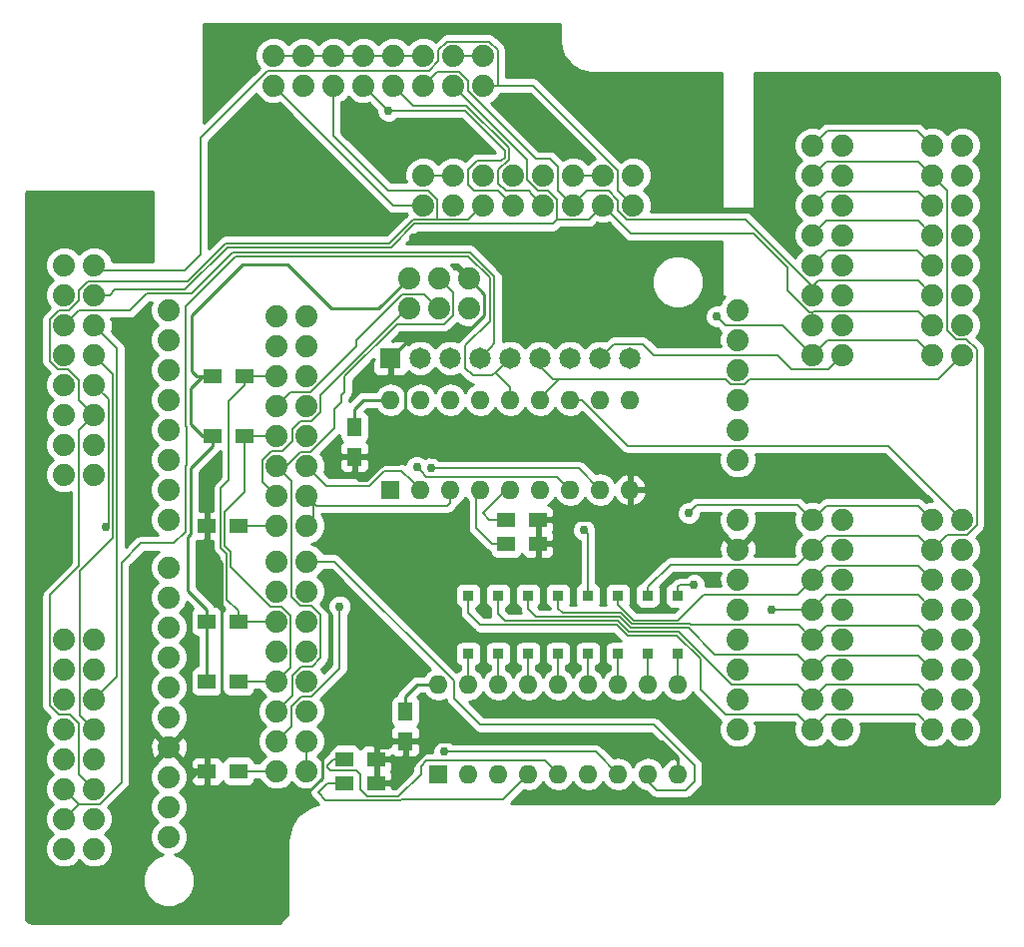
<source format=gtl>
G04 #@! TF.FileFunction,Copper,L1,Top,Signal*
%FSLAX46Y46*%
G04 Gerber Fmt 4.6, Leading zero omitted, Abs format (unit mm)*
G04 Created by KiCad (PCBNEW 4.0.7) date 04/09/18 16:02:50*
%MOMM*%
%LPD*%
G01*
G04 APERTURE LIST*
%ADD10C,0.100000*%
%ADD11R,0.950000X0.900000*%
%ADD12R,1.600000X1.600000*%
%ADD13O,1.600000X1.600000*%
%ADD14C,1.879600*%
%ADD15R,1.250000X1.500000*%
%ADD16R,1.500000X1.300000*%
%ADD17R,1.810000X1.810000*%
%ADD18C,1.810000*%
%ADD19C,0.950000*%
%ADD20C,0.762000*%
%ADD21C,0.250000*%
%ADD22C,0.152400*%
%ADD23C,0.254000*%
G04 APERTURE END LIST*
D10*
D11*
X147320000Y-95315000D03*
X147320000Y-100265000D03*
X144780000Y-95315000D03*
X144780000Y-100265000D03*
X142240000Y-95315000D03*
X142240000Y-100265000D03*
X139700000Y-95315000D03*
X139700000Y-100265000D03*
X137160000Y-95315000D03*
X137160000Y-100265000D03*
X134620000Y-95315000D03*
X134620000Y-100265000D03*
X132080000Y-95315000D03*
X132080000Y-100265000D03*
X129540000Y-95315000D03*
X129540000Y-100265000D03*
D12*
X127000000Y-110490000D03*
D13*
X147320000Y-102870000D03*
X129540000Y-110490000D03*
X144780000Y-102870000D03*
X132080000Y-110490000D03*
X142240000Y-102870000D03*
X134620000Y-110490000D03*
X139700000Y-102870000D03*
X137160000Y-110490000D03*
X137160000Y-102870000D03*
X139700000Y-110490000D03*
X134620000Y-102870000D03*
X142240000Y-110490000D03*
X132080000Y-102870000D03*
X144780000Y-110490000D03*
X129540000Y-102870000D03*
X147320000Y-110490000D03*
X127000000Y-102870000D03*
D12*
X122936000Y-86360000D03*
D13*
X143256000Y-78740000D03*
X125476000Y-86360000D03*
X140716000Y-78740000D03*
X128016000Y-86360000D03*
X138176000Y-78740000D03*
X130556000Y-86360000D03*
X135636000Y-78740000D03*
X133096000Y-86360000D03*
X133096000Y-78740000D03*
X135636000Y-86360000D03*
X130556000Y-78740000D03*
X138176000Y-86360000D03*
X128016000Y-78740000D03*
X140716000Y-86360000D03*
X125476000Y-78740000D03*
X143256000Y-86360000D03*
X122936000Y-78740000D03*
D14*
X152400000Y-99060000D03*
X152400000Y-96520000D03*
X124510800Y-68440300D03*
X152400000Y-83820000D03*
X152400000Y-81280000D03*
X152400000Y-78740000D03*
X152400000Y-76200000D03*
X152400000Y-73660000D03*
X152400000Y-71120000D03*
X104140000Y-110744000D03*
X104140000Y-76200000D03*
X104140000Y-78740000D03*
X104140000Y-81280000D03*
X104140000Y-83820000D03*
X104140000Y-86360000D03*
X104140000Y-88900000D03*
X104140000Y-92964000D03*
X104140000Y-95504000D03*
X104140000Y-98044000D03*
X104140000Y-100584000D03*
X104140000Y-103124000D03*
X104140000Y-105664000D03*
X152400000Y-93980000D03*
X152400000Y-91440000D03*
X104140000Y-108204000D03*
X129588260Y-68440300D03*
X152400000Y-104140000D03*
X124510800Y-70980300D03*
X127050800Y-68440300D03*
X152400000Y-106680000D03*
X152400000Y-101600000D03*
X129588260Y-70980300D03*
X104140000Y-71120000D03*
X127050800Y-70980300D03*
X104140000Y-115824000D03*
X104140000Y-113284000D03*
X104140000Y-73660000D03*
X152400000Y-88900000D03*
D15*
X124206000Y-107676000D03*
X124206000Y-105176000D03*
X119888000Y-83546000D03*
X119888000Y-81046000D03*
D16*
X110062000Y-102616000D03*
X107362000Y-102616000D03*
X110062000Y-97536000D03*
X107362000Y-97536000D03*
X110570000Y-81788000D03*
X107870000Y-81788000D03*
X110570000Y-76708000D03*
X107870000Y-76708000D03*
X132762000Y-88900000D03*
X135462000Y-88900000D03*
X132762000Y-90932000D03*
X135462000Y-90932000D03*
X110062000Y-89408000D03*
X107362000Y-89408000D03*
X119046000Y-109220000D03*
X121746000Y-109220000D03*
X119046000Y-111252000D03*
X121746000Y-111252000D03*
X110062000Y-110236000D03*
X107362000Y-110236000D03*
D14*
X158750000Y-88900000D03*
X161290000Y-88900000D03*
X158750000Y-91440000D03*
X161290000Y-91440000D03*
X158750000Y-93980000D03*
X161290000Y-93980000D03*
X158750000Y-96520000D03*
X161290000Y-96520000D03*
X158750000Y-99060000D03*
X161290000Y-99060000D03*
X158750000Y-101600000D03*
X161290000Y-101600000D03*
X158750000Y-104140000D03*
X161290000Y-104140000D03*
X158750000Y-106680000D03*
X161290000Y-106680000D03*
X158750000Y-57150000D03*
X161290000Y-57150000D03*
X158750000Y-59690000D03*
X161290000Y-59690000D03*
X158750000Y-62230000D03*
X161290000Y-62230000D03*
X158750000Y-64770000D03*
X161290000Y-64770000D03*
X158750000Y-67310000D03*
X161290000Y-67310000D03*
X158750000Y-69850000D03*
X161290000Y-69850000D03*
X158750000Y-72390000D03*
X161290000Y-72390000D03*
X158750000Y-74930000D03*
X161290000Y-74930000D03*
X168910000Y-88900000D03*
X171450000Y-88900000D03*
X168910000Y-91440000D03*
X171450000Y-91440000D03*
X168910000Y-93980000D03*
X171450000Y-93980000D03*
X168910000Y-96520000D03*
X171450000Y-96520000D03*
X168910000Y-99060000D03*
X171450000Y-99060000D03*
X168910000Y-101600000D03*
X171450000Y-101600000D03*
X168910000Y-104140000D03*
X171450000Y-104140000D03*
X168910000Y-106680000D03*
X171450000Y-106680000D03*
X168910000Y-57150000D03*
X171450000Y-57150000D03*
X168910000Y-59690000D03*
X171450000Y-59690000D03*
X168910000Y-62230000D03*
X171450000Y-62230000D03*
X168910000Y-64770000D03*
X171450000Y-64770000D03*
X168910000Y-67310000D03*
X171450000Y-67310000D03*
X168910000Y-69850000D03*
X171450000Y-69850000D03*
X168910000Y-72390000D03*
X171450000Y-72390000D03*
X168910000Y-74930000D03*
X171450000Y-74930000D03*
X97790000Y-116840000D03*
X95250000Y-116840000D03*
X97790000Y-114300000D03*
X95250000Y-114300000D03*
X97790000Y-111760000D03*
X95250000Y-111760000D03*
X97790000Y-109220000D03*
X95250000Y-109220000D03*
X97790000Y-106680000D03*
X95250000Y-106680000D03*
X97790000Y-104140000D03*
X95250000Y-104140000D03*
X97790000Y-101600000D03*
X95250000Y-101600000D03*
X97790000Y-99060000D03*
X95250000Y-99060000D03*
X97790000Y-85090000D03*
X95250000Y-85090000D03*
X97790000Y-82550000D03*
X95250000Y-82550000D03*
X97790000Y-80010000D03*
X95250000Y-80010000D03*
X97790000Y-77470000D03*
X95250000Y-77470000D03*
X97790000Y-74930000D03*
X95250000Y-74930000D03*
X97790000Y-72390000D03*
X95250000Y-72390000D03*
X97790000Y-69850000D03*
X95250000Y-69850000D03*
X97790000Y-67310000D03*
X95250000Y-67310000D03*
X125730000Y-62230000D03*
X125730000Y-59690000D03*
X128270000Y-62230000D03*
X128270000Y-59690000D03*
X130810000Y-62230000D03*
X130810000Y-59690000D03*
X133350000Y-62230000D03*
X133350000Y-59690000D03*
X135890000Y-62230000D03*
X135890000Y-59690000D03*
X138430000Y-62230000D03*
X138430000Y-59690000D03*
X140970000Y-62230000D03*
X140970000Y-59690000D03*
X143510000Y-62230000D03*
X143510000Y-59690000D03*
X113030000Y-52070000D03*
X113030000Y-49530000D03*
X115570000Y-52070000D03*
X115570000Y-49530000D03*
X118110000Y-52070000D03*
X118110000Y-49530000D03*
X120650000Y-52070000D03*
X120650000Y-49530000D03*
X123190000Y-52070000D03*
X123190000Y-49530000D03*
X125730000Y-52070000D03*
X125730000Y-49530000D03*
X128270000Y-52070000D03*
X128270000Y-49530000D03*
X130810000Y-52070000D03*
X130810000Y-49530000D03*
X113284000Y-71628000D03*
X115824000Y-71628000D03*
X113284000Y-74168000D03*
X115824000Y-74168000D03*
X113284000Y-76708000D03*
X115824000Y-76708000D03*
X113284000Y-79248000D03*
X115824000Y-79248000D03*
X113284000Y-81788000D03*
X115824000Y-81788000D03*
X113284000Y-84328000D03*
X115824000Y-84328000D03*
X113284000Y-86868000D03*
X115824000Y-86868000D03*
X113284000Y-89408000D03*
X115824000Y-89408000D03*
X113284000Y-92456000D03*
X115824000Y-92456000D03*
X113284000Y-94996000D03*
X115824000Y-94996000D03*
X113284000Y-97536000D03*
X115824000Y-97536000D03*
X113284000Y-100076000D03*
X115824000Y-100076000D03*
X113284000Y-102616000D03*
X115824000Y-102616000D03*
X113284000Y-105156000D03*
X115824000Y-105156000D03*
X113284000Y-107696000D03*
X115824000Y-107696000D03*
X113284000Y-110236000D03*
X115824000Y-110236000D03*
D17*
X122936000Y-75184000D03*
D18*
X125476000Y-75184000D03*
X128016000Y-75184000D03*
X130556000Y-75184000D03*
X133096000Y-75184000D03*
X135636000Y-75184000D03*
X138176000Y-75184000D03*
X140716000Y-75184000D03*
X143256000Y-75184000D03*
D19*
X134112000Y-54610000D03*
X125730000Y-56388000D03*
X130302000Y-56896000D03*
X120904000Y-56642000D03*
X110490000Y-56642000D03*
X119380000Y-63754000D03*
X124968000Y-65024000D03*
X128270000Y-65024000D03*
X144018000Y-68072000D03*
X141986000Y-70612000D03*
X137922000Y-70104000D03*
X101854000Y-87630000D03*
X151130000Y-110490000D03*
X125730000Y-93218000D03*
X137414000Y-82296000D03*
X122428000Y-83058000D03*
D20*
X148709898Y-94456973D03*
X148256900Y-88337700D03*
X122794340Y-54210452D03*
X155306800Y-96544700D03*
X98776500Y-89539000D03*
X139367300Y-89776800D03*
X150655000Y-71673100D03*
X126368145Y-84548353D03*
X125181360Y-84427694D03*
X127527427Y-108603288D03*
X118648000Y-96246500D03*
D21*
X107870000Y-81788000D02*
X107870000Y-82688000D01*
X107870000Y-82688000D02*
X106006019Y-84551981D01*
X106006019Y-84551981D02*
X106006019Y-90125526D01*
X106006019Y-90125526D02*
X105779484Y-90352061D01*
X105779484Y-90352061D02*
X105779484Y-94928184D01*
X105779484Y-94928184D02*
X107362000Y-96510700D01*
X107362000Y-96510700D02*
X107362000Y-96636000D01*
X107362000Y-96636000D02*
X107362000Y-97536000D01*
X107870000Y-76708000D02*
X106471402Y-76708000D01*
X106471402Y-76708000D02*
X106103618Y-76340216D01*
X106103618Y-76340216D02*
X106103618Y-71535117D01*
X106103618Y-71535117D02*
X110406311Y-67232424D01*
X110406311Y-67232424D02*
X114187460Y-67232424D01*
X114187460Y-67232424D02*
X117958736Y-71003700D01*
X117958736Y-71003700D02*
X121947400Y-71003700D01*
X121947400Y-71003700D02*
X124510800Y-68440300D01*
X107870000Y-76708000D02*
X107025173Y-76708000D01*
X107025173Y-76708000D02*
X106009811Y-77723362D01*
X106009811Y-77723362D02*
X106009811Y-80752890D01*
X106009811Y-80752890D02*
X107044921Y-81788000D01*
X107044921Y-81788000D02*
X107870000Y-81788000D01*
X120650000Y-78740000D02*
X122936000Y-78740000D01*
X119888000Y-79502000D02*
X120650000Y-78740000D01*
X119888000Y-81046000D02*
X119888000Y-79502000D01*
X107362000Y-97536000D02*
X107362000Y-102616000D01*
X125222000Y-102870000D02*
X127000000Y-102870000D01*
X124206000Y-103886000D02*
X125222000Y-102870000D01*
X124206000Y-105176000D02*
X124206000Y-103886000D01*
X107362000Y-89408000D02*
X107369292Y-89415292D01*
X107369292Y-89415292D02*
X107369292Y-91321743D01*
X107369292Y-91321743D02*
X108609771Y-92562222D01*
X108609771Y-92562222D02*
X108609771Y-103734229D01*
X108609771Y-103734229D02*
X105247700Y-107096300D01*
X138176000Y-83546000D02*
X141711353Y-83546000D01*
X141711353Y-83546000D02*
X143253310Y-85087957D01*
X143253310Y-85087957D02*
X143253310Y-86357310D01*
X143253310Y-86357310D02*
X143256000Y-86360000D01*
X143256000Y-86360000D02*
X143256000Y-87616740D01*
X143256000Y-87616740D02*
X141972740Y-88900000D01*
X141972740Y-88900000D02*
X135462000Y-88900000D01*
X143256000Y-86360000D02*
X144431300Y-86360000D01*
X144431300Y-86360000D02*
X148436880Y-90365580D01*
X148436880Y-90365580D02*
X151325580Y-90365580D01*
X151325580Y-90365580D02*
X152400000Y-91440000D01*
X125730000Y-56642000D02*
X130048000Y-56642000D01*
X120904000Y-56642000D02*
X125730000Y-56642000D01*
X125730000Y-56642000D02*
X125730000Y-56388000D01*
X130048000Y-56642000D02*
X130302000Y-56896000D01*
X117602000Y-63754000D02*
X110490000Y-56642000D01*
X119380000Y-63754000D02*
X117602000Y-63754000D01*
X128270000Y-65024000D02*
X124968000Y-65024000D01*
X132080000Y-65278000D02*
X128524000Y-65278000D01*
X128524000Y-65278000D02*
X128270000Y-65024000D01*
X132842000Y-66040000D02*
X132080000Y-65278000D01*
X133858000Y-66040000D02*
X132842000Y-66040000D01*
X137922000Y-70104000D02*
X133858000Y-66040000D01*
X141986000Y-70612000D02*
X144018000Y-68580000D01*
X144018000Y-68580000D02*
X144018000Y-68072000D01*
X137922000Y-70104000D02*
X141478000Y-70104000D01*
X141478000Y-70104000D02*
X141986000Y-70612000D01*
X124206000Y-107676000D02*
X124211123Y-107681123D01*
X124211123Y-107681123D02*
X124211123Y-109251939D01*
X124211123Y-109251939D02*
X124752046Y-109792862D01*
X124752046Y-109792862D02*
X126787343Y-107757565D01*
X126787343Y-107757565D02*
X145991870Y-107757565D01*
X145991870Y-107757565D02*
X147320000Y-109085695D01*
X147320000Y-109085695D02*
X147320000Y-110490000D01*
X137668000Y-91440000D02*
X135890000Y-93218000D01*
X135890000Y-93218000D02*
X125730000Y-93218000D01*
X137668000Y-90932000D02*
X138560712Y-90932000D01*
X137668000Y-90932000D02*
X137668000Y-91440000D01*
X135462000Y-90932000D02*
X137668000Y-90932000D01*
X121746000Y-108194700D02*
X121225745Y-107674445D01*
X117138801Y-109101890D02*
X117138801Y-110811399D01*
X117138801Y-110811399D02*
X115168306Y-112781894D01*
X121225745Y-107674445D02*
X118566246Y-107674445D01*
X118566246Y-107674445D02*
X117138801Y-109101890D01*
X106551126Y-110236000D02*
X107362000Y-110236000D01*
X115168306Y-112781894D02*
X107616379Y-112781894D01*
X107616379Y-112781894D02*
X105810805Y-110976321D01*
X105810805Y-110976321D02*
X106551126Y-110236000D01*
X107362000Y-110236000D02*
X106148632Y-110236000D01*
X106148632Y-110236000D02*
X105862764Y-109950132D01*
X105862764Y-109950132D02*
X105862764Y-107711364D01*
X105862764Y-107711364D02*
X105247700Y-107096300D01*
X121746000Y-111252000D02*
X123213880Y-111252000D01*
X123213880Y-111252000D02*
X124343046Y-110122834D01*
X124343046Y-110122834D02*
X123440213Y-109220000D01*
X123440213Y-109220000D02*
X121746000Y-109220000D01*
X138560712Y-90932000D02*
X136528712Y-88900000D01*
X136528712Y-88900000D02*
X135462000Y-88900000D01*
X126412958Y-83546000D02*
X138176000Y-83546000D01*
X138176000Y-83546000D02*
X138176000Y-83058000D01*
X138176000Y-83058000D02*
X137414000Y-82296000D01*
X122682000Y-84162900D02*
X123589100Y-84162900D01*
X122316240Y-84162900D02*
X122682000Y-84162900D01*
X122682000Y-84162900D02*
X122682000Y-83312000D01*
X122682000Y-83312000D02*
X122428000Y-83058000D01*
X124206000Y-83546000D02*
X124610180Y-83141820D01*
X124610180Y-83141820D02*
X126008778Y-83141820D01*
X126008778Y-83141820D02*
X126412958Y-83546000D01*
X119888000Y-83546000D02*
X119888000Y-85102700D01*
X123589100Y-84162900D02*
X124206000Y-83546000D01*
X119888000Y-85102700D02*
X120335040Y-85549740D01*
X120335040Y-85549740D02*
X120929400Y-85549740D01*
X120929400Y-85549740D02*
X122316240Y-84162900D01*
X105247700Y-107096300D02*
X104140000Y-108204000D01*
X122687000Y-108194700D02*
X121746000Y-108194700D01*
X123205700Y-107676000D02*
X122687000Y-108194700D01*
X124206000Y-107676000D02*
X123205700Y-107676000D01*
X124206000Y-77734300D02*
X122936000Y-76464300D01*
X124206000Y-83546000D02*
X124206000Y-77734300D01*
X122936000Y-75184000D02*
X122936000Y-76464300D01*
X121746000Y-109220000D02*
X121746000Y-108319800D01*
X121746000Y-108319800D02*
X121746000Y-108194700D01*
X124424800Y-73695200D02*
X122936000Y-75184000D01*
X128760000Y-73695200D02*
X124424800Y-73695200D01*
X130919400Y-71535800D02*
X128760000Y-73695200D01*
X130919400Y-69771400D02*
X130919400Y-71535800D01*
X129588300Y-68440300D02*
X130919400Y-69771400D01*
D22*
X110062000Y-97536000D02*
X110062000Y-96634500D01*
X108577895Y-86232605D02*
X109236871Y-85573629D01*
X110062000Y-96634500D02*
X109083600Y-95656100D01*
X109083600Y-95656100D02*
X109083600Y-91769329D01*
X108577895Y-91263624D02*
X108577895Y-86232605D01*
X109083600Y-91769329D02*
X108577895Y-91263624D01*
X109236871Y-85573629D02*
X109236871Y-78843529D01*
X109236871Y-78843529D02*
X110570000Y-77510400D01*
X110570000Y-77510400D02*
X110570000Y-76708000D01*
X113284000Y-76708000D02*
X110570000Y-76708000D01*
X113284000Y-97536000D02*
X110062000Y-97536000D01*
X112799400Y-96266000D02*
X109411400Y-92878000D01*
X109411400Y-92878000D02*
X109411400Y-91634100D01*
X114491300Y-97036700D02*
X113720600Y-96266000D01*
X108905306Y-91128006D02*
X108905306Y-88204494D01*
X108905306Y-88204494D02*
X110570000Y-86539800D01*
X113284000Y-102616000D02*
X114491300Y-101408700D01*
X114491300Y-101408700D02*
X114491300Y-97036700D01*
X113720600Y-96266000D02*
X112799400Y-96266000D01*
X109411400Y-91634100D02*
X108905306Y-91128006D01*
X110570000Y-86539800D02*
X110570000Y-81788000D01*
X113284000Y-81788000D02*
X110570000Y-81788000D01*
X113284000Y-102616000D02*
X110062000Y-102616000D01*
X147320000Y-95315000D02*
X147320000Y-94583835D01*
X147320000Y-94583835D02*
X147446862Y-94456973D01*
X147446862Y-94456973D02*
X148709898Y-94456973D01*
X148939700Y-87654900D02*
X148256900Y-88337700D01*
X157504900Y-87654900D02*
X148939700Y-87654900D01*
X158750000Y-88900000D02*
X157504900Y-87654900D01*
X123190000Y-62230000D02*
X113030000Y-52070000D01*
X125730000Y-62230000D02*
X123190000Y-62230000D01*
X159941400Y-87708600D02*
X158750000Y-88900000D01*
X167718600Y-87708600D02*
X159941400Y-87708600D01*
X168910000Y-88900000D02*
X167718600Y-87708600D01*
X167668300Y-55908300D02*
X168910000Y-57150000D01*
X159991700Y-55908300D02*
X167668300Y-55908300D01*
X158750000Y-57150000D02*
X159991700Y-55908300D01*
X147320000Y-102870000D02*
X147320000Y-100265000D01*
X167704600Y-58484600D02*
X168910000Y-59690000D01*
X159955400Y-58484600D02*
X167704600Y-58484600D01*
X158750000Y-59690000D02*
X159955400Y-58484600D01*
X170180000Y-60960000D02*
X168910000Y-59690000D01*
X170180000Y-72863400D02*
X170180000Y-60960000D01*
X170898000Y-73581400D02*
X170180000Y-72863400D01*
X171821300Y-73581400D02*
X170898000Y-73581400D01*
X172685400Y-74445500D02*
X171821300Y-73581400D01*
X172685400Y-89380200D02*
X172685400Y-74445500D01*
X171895600Y-90170000D02*
X172685400Y-89380200D01*
X170180000Y-90170000D02*
X171895600Y-90170000D01*
X168910000Y-91440000D02*
X170180000Y-90170000D01*
X159944000Y-90246000D02*
X158750000Y-91440000D01*
X167716000Y-90246000D02*
X159944000Y-90246000D01*
X168910000Y-91440000D02*
X167716000Y-90246000D01*
X146683700Y-92709800D02*
X144780000Y-94613500D01*
X157480200Y-92709800D02*
X146683700Y-92709800D01*
X158750000Y-91440000D02*
X157480200Y-92709800D01*
X144780000Y-95315000D02*
X144780000Y-94613500D01*
X144780000Y-102870000D02*
X144780000Y-100265000D01*
X149476233Y-95246300D02*
X147291893Y-97430640D01*
X147291893Y-97430640D02*
X143585219Y-97430640D01*
X157483700Y-95246300D02*
X149476233Y-95246300D01*
X158750000Y-93980000D02*
X157483700Y-95246300D01*
X143585219Y-97430640D02*
X142240000Y-96085421D01*
X142240000Y-96085421D02*
X142240000Y-95315000D01*
X118110000Y-52070000D02*
X118110000Y-56351110D01*
X118110000Y-56351110D02*
X122718890Y-60960000D01*
X122718890Y-60960000D02*
X126170400Y-60960000D01*
X126170400Y-60960000D02*
X126948200Y-61737800D01*
X126948200Y-61737800D02*
X126948200Y-63472100D01*
X96850201Y-79070201D02*
X97790000Y-80010000D01*
X96520000Y-78740000D02*
X96850201Y-79070201D01*
X96520000Y-77044500D02*
X96520000Y-78740000D01*
X94726200Y-76121400D02*
X95596900Y-76121400D01*
X94813600Y-71120200D02*
X94029400Y-71904400D01*
X94029400Y-71904400D02*
X94029400Y-75424600D01*
X126948200Y-63472100D02*
X124871091Y-63472100D01*
X96520000Y-70277600D02*
X95677400Y-71120200D01*
X122886075Y-65457116D02*
X108957984Y-65457116D01*
X96520000Y-69414300D02*
X96520000Y-70277600D01*
X97275700Y-68658600D02*
X96520000Y-69414300D01*
X105756500Y-68658600D02*
X97275700Y-68658600D01*
X124871091Y-63472100D02*
X122886075Y-65457116D01*
X108957984Y-65457116D02*
X105756500Y-68658600D01*
X95596900Y-76121400D02*
X96520000Y-77044500D01*
X94029400Y-75424600D02*
X94726200Y-76121400D01*
X95677400Y-71120200D02*
X94813600Y-71120200D01*
X159952100Y-61027900D02*
X158750000Y-62230000D01*
X167707900Y-61027900D02*
X159952100Y-61027900D01*
X168910000Y-62230000D02*
X167707900Y-61027900D01*
X129567900Y-63472100D02*
X126948200Y-63472100D01*
X130810000Y-62230000D02*
X129567900Y-63472100D01*
X96520000Y-110490000D02*
X97790000Y-111760000D01*
X96520000Y-106216100D02*
X96520000Y-110490000D01*
X95713900Y-105410000D02*
X96520000Y-106216100D01*
X94781600Y-105410000D02*
X95713900Y-105410000D01*
X94045200Y-104673600D02*
X94781600Y-105410000D01*
X94045200Y-95310000D02*
X94045200Y-104673600D01*
X96520000Y-92835200D02*
X94045200Y-95310000D01*
X96520000Y-81280000D02*
X96520000Y-92835200D01*
X97790000Y-80010000D02*
X96520000Y-81280000D01*
X159957600Y-92772400D02*
X158750000Y-93980000D01*
X167702400Y-92772400D02*
X159957600Y-92772400D01*
X168910000Y-93980000D02*
X167702400Y-92772400D01*
X142240000Y-102870000D02*
X142240000Y-100265000D01*
X130028958Y-60976826D02*
X129532036Y-60479904D01*
X130256932Y-58457134D02*
X132357156Y-58457134D01*
X129532036Y-59182030D02*
X130256932Y-58457134D01*
X132642701Y-58171588D02*
X132649598Y-58171588D01*
X133350000Y-62230000D02*
X132096826Y-60976826D01*
X132096826Y-60976826D02*
X130028958Y-60976826D01*
X129532036Y-60479904D02*
X129532036Y-59182030D01*
X132357156Y-58457134D02*
X132642701Y-58171588D01*
X132649598Y-58171588D02*
X132649598Y-57588816D01*
X132649598Y-57588816D02*
X129271234Y-54210452D01*
X129271234Y-54210452D02*
X123333155Y-54210452D01*
X123333155Y-54210452D02*
X122794340Y-54210452D01*
X120650000Y-52070000D02*
X122790452Y-54210452D01*
X122790452Y-54210452D02*
X122794340Y-54210452D01*
X167691000Y-63551000D02*
X168910000Y-64770000D01*
X159969000Y-63551000D02*
X167691000Y-63551000D01*
X158750000Y-64770000D02*
X159969000Y-63551000D01*
X167700600Y-95310600D02*
X168910000Y-96520000D01*
X159959400Y-95310600D02*
X167700600Y-95310600D01*
X158750000Y-96520000D02*
X159959400Y-95310600D01*
X99015800Y-89299700D02*
X98776500Y-89539000D01*
X99015800Y-78695800D02*
X99015800Y-89299700D01*
X97790000Y-77470000D02*
X99015800Y-78695800D01*
X158725300Y-96544700D02*
X155306800Y-96544700D01*
X158750000Y-96520000D02*
X158725300Y-96544700D01*
X139700000Y-90109500D02*
X139700000Y-95315000D01*
X139367300Y-89776800D02*
X139700000Y-90109500D01*
X139700000Y-102870000D02*
X139700000Y-100265000D01*
X158750000Y-99060000D02*
X157533200Y-97843200D01*
X157533200Y-97843200D02*
X148449700Y-97843200D01*
X148449700Y-97843200D02*
X148364551Y-97758051D01*
X148364551Y-97758051D02*
X143449601Y-97758051D01*
X143449601Y-97758051D02*
X142507883Y-96816333D01*
X142507883Y-96816333D02*
X137541124Y-96816333D01*
X137541124Y-96816333D02*
X137160000Y-96435209D01*
X137160000Y-96435209D02*
X137160000Y-95315000D01*
X134656928Y-60996928D02*
X134950201Y-61290201D01*
X132111528Y-59224283D02*
X132111528Y-60377808D01*
X132111528Y-60377808D02*
X132730648Y-60996928D01*
X132730648Y-60996928D02*
X134656928Y-60996928D01*
X132977009Y-58358802D02*
X132111528Y-59224283D01*
X132977009Y-57341206D02*
X132977009Y-58358802D01*
X124885565Y-53765565D02*
X129401368Y-53765565D01*
X123190000Y-52070000D02*
X124885565Y-53765565D01*
X129401368Y-53765565D02*
X132977009Y-57341206D01*
X134950201Y-61290201D02*
X135890000Y-62230000D01*
X167713900Y-97863900D02*
X168910000Y-99060000D01*
X159946100Y-97863900D02*
X167713900Y-97863900D01*
X158750000Y-99060000D02*
X159946100Y-97863900D01*
X96593800Y-105483800D02*
X97790000Y-106680000D01*
X96593800Y-93225000D02*
X96593800Y-105483800D01*
X99409100Y-90409700D02*
X96593800Y-93225000D01*
X99409100Y-76549100D02*
X99409100Y-90409700D01*
X97790000Y-74930000D02*
X99409100Y-76549100D01*
X167640000Y-66040000D02*
X168910000Y-67310000D01*
X160020000Y-66040000D02*
X167640000Y-66040000D01*
X158750000Y-67310000D02*
X160020000Y-66040000D01*
X137160000Y-102870000D02*
X137160000Y-100265000D01*
X134620000Y-95917400D02*
X134620000Y-95315000D01*
X143313983Y-98085462D02*
X142372265Y-97143744D01*
X134620000Y-96453092D02*
X134620000Y-95917400D01*
X148228462Y-98085462D02*
X143313983Y-98085462D01*
X135310652Y-97143744D02*
X134620000Y-96453092D01*
X157480000Y-100330000D02*
X150473000Y-100330000D01*
X142372265Y-97143744D02*
X135310652Y-97143744D01*
X150473000Y-100330000D02*
X148228462Y-98085462D01*
X158750000Y-101600000D02*
X157480000Y-100330000D01*
X125730000Y-52070000D02*
X126921400Y-50878600D01*
X126921400Y-50878600D02*
X128778900Y-50878600D01*
X128778900Y-50878600D02*
X129540000Y-51639700D01*
X135261959Y-58265259D02*
X136453999Y-58265259D01*
X136453999Y-58265259D02*
X137160000Y-58971260D01*
X137160000Y-58971260D02*
X137160000Y-60960000D01*
X137160000Y-60960000D02*
X138430000Y-62230000D01*
X129540000Y-51639700D02*
X129540000Y-52543300D01*
X129540000Y-52543300D02*
X135261959Y-58265259D01*
X99758100Y-102171900D02*
X97790000Y-104140000D01*
X99758100Y-74358100D02*
X99758100Y-102171900D01*
X97790000Y-72390000D02*
X99758100Y-74358100D01*
X159941400Y-100408600D02*
X158750000Y-101600000D01*
X167718600Y-100408600D02*
X159941400Y-100408600D01*
X168910000Y-101600000D02*
X167718600Y-100408600D01*
X159253100Y-68632600D02*
X158750000Y-69135700D01*
X167692600Y-68632600D02*
X159253100Y-68632600D01*
X168910000Y-69850000D02*
X167692600Y-68632600D01*
X153061200Y-63446900D02*
X158750000Y-69135700D01*
X142980600Y-63446900D02*
X153061200Y-63446900D01*
X142240000Y-62706300D02*
X142980600Y-63446900D01*
X142240000Y-61811400D02*
X142240000Y-62706300D01*
X141449200Y-61020600D02*
X142240000Y-61811400D01*
X139639400Y-61020600D02*
X141449200Y-61020600D01*
X138430000Y-62230000D02*
X139639400Y-61020600D01*
X158750000Y-69135700D02*
X158750000Y-69850000D01*
X134620000Y-102870000D02*
X134620000Y-100265000D01*
X158750000Y-104140000D02*
X157480000Y-102870000D01*
X157480000Y-102870000D02*
X151894100Y-102870000D01*
X151894100Y-102870000D02*
X147436973Y-98412873D01*
X147436973Y-98412873D02*
X143178365Y-98412873D01*
X132080000Y-96904005D02*
X132080000Y-95315000D01*
X143178365Y-98412873D02*
X142262742Y-97497250D01*
X142262742Y-97497250D02*
X132673245Y-97497250D01*
X132673245Y-97497250D02*
X132080000Y-96904005D01*
X128270000Y-52070000D02*
X134569462Y-58369462D01*
X134569462Y-58369462D02*
X134569462Y-60074362D01*
X134569462Y-60074362D02*
X135455100Y-60960000D01*
X135455100Y-60960000D02*
X136330400Y-60960000D01*
X136330400Y-60960000D02*
X137108200Y-61737800D01*
X137108200Y-61737800D02*
X137108200Y-63435400D01*
X99119077Y-69850000D02*
X97790000Y-69850000D01*
X99582577Y-69386500D02*
X99119077Y-69850000D01*
X109094073Y-65784527D02*
X105492100Y-69386500D01*
X123021693Y-65784527D02*
X109094073Y-65784527D01*
X136731100Y-63812500D02*
X124993720Y-63812500D01*
X105492100Y-69386500D02*
X99582577Y-69386500D01*
X137108200Y-63435400D02*
X136731100Y-63812500D01*
X124993720Y-63812500D02*
X123021693Y-65784527D01*
X158485000Y-71270500D02*
X158750000Y-71270500D01*
X156637500Y-69423000D02*
X158485000Y-71270500D01*
X156637500Y-67493100D02*
X156637500Y-69423000D01*
X153757700Y-64613300D02*
X156637500Y-67493100D01*
X143353300Y-64613300D02*
X153757700Y-64613300D01*
X140970000Y-62230000D02*
X143353300Y-64613300D01*
X158825300Y-71195200D02*
X158750000Y-71270500D01*
X167715200Y-71195200D02*
X158825300Y-71195200D01*
X168910000Y-72390000D02*
X167715200Y-71195200D01*
X158750000Y-71270500D02*
X158750000Y-72390000D01*
X139764600Y-63435400D02*
X140970000Y-62230000D01*
X137108200Y-63435400D02*
X139764600Y-63435400D01*
X159964900Y-102925100D02*
X158750000Y-104140000D01*
X167695100Y-102925100D02*
X159964900Y-102925100D01*
X168910000Y-104140000D02*
X167695100Y-102925100D01*
X132080000Y-102870000D02*
X132080000Y-100265000D01*
X158750000Y-106680000D02*
X157480000Y-105410000D01*
X157480000Y-105410000D02*
X151353363Y-105410000D01*
X151353363Y-105410000D02*
X149249082Y-103305719D01*
X149249082Y-103305719D02*
X149249082Y-100727859D01*
X149249082Y-100727859D02*
X147261507Y-98740284D01*
X147261507Y-98740284D02*
X143042747Y-98740284D01*
X143042747Y-98740284D02*
X142127124Y-97824661D01*
X142127124Y-97824661D02*
X130592241Y-97824661D01*
X130592241Y-97824661D02*
X129540000Y-96772420D01*
X129540000Y-96772420D02*
X129540000Y-95315000D01*
X167658900Y-73678900D02*
X168910000Y-74930000D01*
X160001100Y-73678900D02*
X167658900Y-73678900D01*
X158750000Y-74930000D02*
X160001100Y-73678900D01*
X151371900Y-72390000D02*
X150655000Y-71673100D01*
X156210000Y-72390000D02*
X151371900Y-72390000D01*
X158750000Y-74930000D02*
X156210000Y-72390000D01*
X98197800Y-67717800D02*
X97790000Y-67310000D01*
X105495600Y-67717800D02*
X98197800Y-67717800D01*
X106841600Y-66371800D02*
X105495600Y-67717800D01*
X106841600Y-56504600D02*
X106841600Y-66371800D01*
X112546200Y-50800000D02*
X106841600Y-56504600D01*
X126199300Y-50800000D02*
X112546200Y-50800000D01*
X127000000Y-49999300D02*
X126199300Y-50800000D01*
X127000000Y-49083000D02*
X127000000Y-49999300D01*
X127761000Y-48322000D02*
X127000000Y-49083000D01*
X131314300Y-48322000D02*
X127761000Y-48322000D01*
X132039600Y-49047300D02*
X131314300Y-48322000D01*
X132039600Y-52070000D02*
X132039600Y-49047300D01*
X135042300Y-52070000D02*
X132039600Y-52070000D01*
X142240000Y-59267700D02*
X135042300Y-52070000D01*
X142240000Y-60960000D02*
X142240000Y-59267700D01*
X143510000Y-62230000D02*
X142240000Y-60960000D01*
X132039600Y-52070000D02*
X130810000Y-52070000D01*
X167700600Y-105470600D02*
X168910000Y-106680000D01*
X159959400Y-105470600D02*
X167700600Y-105470600D01*
X158750000Y-106680000D02*
X159959400Y-105470600D01*
X129540000Y-102870000D02*
X129540000Y-100265000D01*
X141904700Y-73995300D02*
X140716000Y-75184000D01*
X144365500Y-73995300D02*
X141904700Y-73995300D01*
X145300200Y-74930000D02*
X144365500Y-73995300D01*
X155761500Y-74930000D02*
X145300200Y-74930000D01*
X156968500Y-76137000D02*
X155761500Y-74930000D01*
X160083000Y-76137000D02*
X156968500Y-76137000D01*
X161290000Y-74930000D02*
X160083000Y-76137000D01*
X143105600Y-82618100D02*
X139227500Y-78740000D01*
X165168100Y-82618100D02*
X143105600Y-82618100D01*
X171450000Y-88900000D02*
X165168100Y-82618100D01*
X138176000Y-78740000D02*
X139227500Y-78740000D01*
X171450000Y-74930000D02*
X169400226Y-76979774D01*
X152971681Y-77391001D02*
X151828319Y-77391001D01*
X169400226Y-76979774D02*
X153382908Y-76979774D01*
X153382908Y-76979774D02*
X152971681Y-77391001D01*
X151828319Y-77391001D02*
X151417092Y-76979774D01*
X151417092Y-76979774D02*
X137431874Y-76979774D01*
X137431874Y-76979774D02*
X137431427Y-76979327D01*
X137431427Y-76979327D02*
X137280154Y-76979327D01*
X137280154Y-76979327D02*
X135636000Y-78623481D01*
X135636000Y-78623481D02*
X135636000Y-78740000D01*
X137431427Y-76979327D02*
X136716720Y-76979327D01*
X136716720Y-76979327D02*
X135636000Y-75898607D01*
X135636000Y-75898607D02*
X135636000Y-75184000D01*
X131600191Y-76679809D02*
X131902000Y-76378000D01*
X129293420Y-74141680D02*
X129293420Y-76037986D01*
X129293420Y-76037986D02*
X129935243Y-76679809D01*
X131371200Y-68368600D02*
X131371200Y-72063900D01*
X131371200Y-72063900D02*
X129293420Y-74141680D01*
X105619000Y-84300892D02*
X105619000Y-81000187D01*
X105619000Y-81000187D02*
X105558600Y-80939787D01*
X105558600Y-80939787D02*
X105558600Y-70808599D01*
X105558600Y-70808599D02*
X109830699Y-66536500D01*
X109830699Y-66536500D02*
X129539100Y-66536500D01*
X129539100Y-66536500D02*
X131371200Y-68368600D01*
X105554808Y-84365084D02*
X105619000Y-84300892D01*
X101799106Y-90893333D02*
X104600104Y-90893333D01*
X104600104Y-90893333D02*
X105554808Y-89938629D01*
X105554808Y-89938629D02*
X105554808Y-84365084D01*
X100137700Y-92554739D02*
X101799106Y-90893333D01*
X98252300Y-113030000D02*
X100137700Y-111144600D01*
X96520000Y-113030000D02*
X98252300Y-113030000D01*
X129935243Y-76679809D02*
X131600191Y-76679809D01*
X100137700Y-111144600D02*
X100137700Y-92554739D01*
X133096000Y-78740000D02*
X133096000Y-77688500D01*
X133096000Y-75184000D02*
X131902000Y-76378000D01*
X131902000Y-76494500D02*
X133096000Y-77688500D01*
X131902000Y-76378000D02*
X131902000Y-76494500D01*
X95250000Y-111760000D02*
X96520000Y-113030000D01*
X95250000Y-114300000D02*
X96520000Y-113030000D01*
X95250000Y-72390000D02*
X96520000Y-71120000D01*
X96520000Y-71120000D02*
X100836100Y-71120000D01*
X100836100Y-71120000D02*
X102241800Y-69714300D01*
X102241800Y-69714300D02*
X106084055Y-69714300D01*
X106084055Y-69714300D02*
X109589655Y-66208700D01*
X109589655Y-66208700D02*
X129674900Y-66208700D01*
X129674900Y-66208700D02*
X131766500Y-68300300D01*
X131766500Y-68300300D02*
X131766500Y-73973500D01*
X131766500Y-73973500D02*
X131460999Y-74279001D01*
X131460999Y-74279001D02*
X130556000Y-75184000D01*
X140970000Y-59690000D02*
X138430000Y-59690000D01*
X128270000Y-59690000D02*
X125730000Y-59690000D01*
X130810000Y-49530000D02*
X128270000Y-49530000D01*
X120650000Y-49530000D02*
X118110000Y-49530000D01*
X118110000Y-49530000D02*
X115570000Y-49530000D01*
X115570000Y-49530000D02*
X113030000Y-49530000D01*
X125730000Y-49530000D02*
X123190000Y-49530000D01*
X123190000Y-49530000D02*
X120650000Y-49530000D01*
X138904353Y-84548353D02*
X126906960Y-84548353D01*
X126906960Y-84548353D02*
X126368145Y-84548353D01*
X140716000Y-86360000D02*
X138904353Y-84548353D01*
X125562359Y-84808693D02*
X125181360Y-84427694D01*
X126005266Y-85251600D02*
X125562359Y-84808693D01*
X137067600Y-85251600D02*
X126005266Y-85251600D01*
X138176000Y-86360000D02*
X137067600Y-85251600D01*
X115824000Y-84328000D02*
X117496950Y-86000950D01*
X117496950Y-86000950D02*
X121172220Y-86000950D01*
X121172220Y-86000950D02*
X122403664Y-84769506D01*
X122403664Y-84769506D02*
X123885506Y-84769506D01*
X123885506Y-84769506D02*
X124676001Y-85560001D01*
X124676001Y-85560001D02*
X125476000Y-86360000D01*
X116378000Y-87422000D02*
X116655856Y-87699856D01*
X116655856Y-87699856D02*
X127754914Y-87699856D01*
X127754914Y-87699856D02*
X128016000Y-87438770D01*
X128016000Y-87438770D02*
X128016000Y-86360000D01*
X116378000Y-88854000D02*
X116378000Y-87422000D01*
X115824000Y-89408000D02*
X116378000Y-88854000D01*
X115824000Y-86868000D02*
X116378000Y-87422000D01*
X113284000Y-89408000D02*
X110062000Y-89408000D01*
X115824000Y-92456000D02*
X118190500Y-92456000D01*
X118190500Y-92456000D02*
X128323100Y-102588600D01*
X128323100Y-102588600D02*
X128323100Y-104058108D01*
X128323100Y-104058108D02*
X130571692Y-106306700D01*
X130571692Y-106306700D02*
X145305900Y-106306700D01*
X145305900Y-106306700D02*
X148754740Y-109755540D01*
X148754740Y-109755540D02*
X148754740Y-111098923D01*
X148754740Y-111098923D02*
X148023224Y-111830439D01*
X148023224Y-111830439D02*
X145550499Y-111830439D01*
X145550499Y-111830439D02*
X144780000Y-111059940D01*
X144780000Y-111059940D02*
X144780000Y-110490000D01*
X128066242Y-108603288D02*
X127527427Y-108603288D01*
X142240000Y-110490000D02*
X140353288Y-108603288D01*
X140353288Y-108603288D02*
X128066242Y-108603288D01*
X115824000Y-107696000D02*
X115824000Y-110236000D01*
X113284000Y-110236000D02*
X110062000Y-110236000D01*
X132762000Y-88900000D02*
X131350032Y-88900000D01*
X131350032Y-88900000D02*
X130775157Y-88325125D01*
X130775157Y-88325125D02*
X132740282Y-86360000D01*
X132740282Y-86360000D02*
X133096000Y-86360000D01*
X132762000Y-90932000D02*
X131567957Y-90932000D01*
X131567957Y-90932000D02*
X130213604Y-89577647D01*
X130213604Y-89577647D02*
X130213604Y-86702396D01*
X130213604Y-86702396D02*
X130556000Y-86360000D01*
X119046000Y-109220000D02*
X118143600Y-109220000D01*
X118143600Y-109220000D02*
X117590012Y-109773588D01*
X117590012Y-109773588D02*
X117590012Y-109922745D01*
X125519318Y-110514924D02*
X125519318Y-109812866D01*
X125519318Y-109812866D02*
X125984198Y-109347986D01*
X117590012Y-109922745D02*
X117870532Y-110203265D01*
X117870532Y-110203265D02*
X120036767Y-110203265D01*
X120036767Y-110203265D02*
X120358500Y-110524998D01*
X120358500Y-110524998D02*
X120358500Y-111804600D01*
X120358500Y-111804600D02*
X120950859Y-112396959D01*
X120950859Y-112396959D02*
X123637283Y-112396959D01*
X123637283Y-112396959D02*
X125519318Y-110514924D01*
X125984198Y-109347986D02*
X136017986Y-109347986D01*
X136017986Y-109347986D02*
X136360001Y-109690001D01*
X136360001Y-109690001D02*
X137160000Y-110490000D01*
X119046000Y-111252000D02*
X117620054Y-111252000D01*
X117620054Y-111252000D02*
X116806194Y-112065860D01*
X116806194Y-112065860D02*
X117464704Y-112724370D01*
X117464704Y-112724370D02*
X123772901Y-112724370D01*
X123772901Y-112724370D02*
X123908871Y-112588400D01*
X123908871Y-112588400D02*
X132521600Y-112588400D01*
X132521600Y-112588400D02*
X133820001Y-111289999D01*
X133820001Y-111289999D02*
X134620000Y-110490000D01*
X118647900Y-96246500D02*
X118648000Y-96246500D01*
X118647900Y-101500700D02*
X118647900Y-96246500D01*
X116262600Y-103886000D02*
X118647900Y-101500700D01*
X115403000Y-103886000D02*
X116262600Y-103886000D01*
X114554000Y-104735000D02*
X115403000Y-103886000D01*
X114554000Y-106426000D02*
X114554000Y-104735000D01*
X113284000Y-107696000D02*
X114554000Y-106426000D01*
X124333100Y-70980300D02*
X124510800Y-70980300D01*
X117015400Y-78298000D02*
X124333100Y-70980300D01*
X117015400Y-79747300D02*
X117015400Y-78298000D01*
X116244700Y-80518000D02*
X117015400Y-79747300D01*
X115313500Y-80518000D02*
X116244700Y-80518000D01*
X114632700Y-81198800D02*
X115313500Y-80518000D01*
X114632700Y-82218500D02*
X114632700Y-81198800D01*
X113795500Y-83055700D02*
X114632700Y-82218500D01*
X112860800Y-83055700D02*
X113795500Y-83055700D01*
X112092300Y-83824200D02*
X112860800Y-83055700D01*
X112092300Y-85676300D02*
X112092300Y-83824200D01*
X113284000Y-86868000D02*
X112092300Y-85676300D01*
X114554000Y-85598000D02*
X113698500Y-84742400D01*
X114554000Y-95456700D02*
X114554000Y-85598000D01*
X115284700Y-96187400D02*
X114554000Y-95456700D01*
X116224200Y-96187400D02*
X115284700Y-96187400D01*
X117041500Y-97004700D02*
X116224200Y-96187400D01*
X117041500Y-100612600D02*
X117041500Y-97004700D01*
X116308100Y-101346000D02*
X117041500Y-100612600D01*
X115398500Y-101346000D02*
X116308100Y-101346000D01*
X114624000Y-102120500D02*
X115398500Y-101346000D01*
X114624000Y-103816000D02*
X114624000Y-102120500D01*
X113284000Y-105156000D02*
X114624000Y-103816000D01*
X113698500Y-84742400D02*
X113284000Y-84328000D01*
X128251200Y-69640700D02*
X127050800Y-68440300D01*
X128251200Y-71540600D02*
X128251200Y-69640700D01*
X127462400Y-72329400D02*
X128251200Y-71540600D01*
X123484800Y-72329400D02*
X127462400Y-72329400D01*
X119066200Y-76748000D02*
X123484800Y-72329400D01*
X119066200Y-78065200D02*
X119066200Y-76748000D01*
X118766400Y-78365000D02*
X119066200Y-78065200D01*
X118766400Y-78890800D02*
X118766400Y-78365000D01*
X118166800Y-79490400D02*
X118766400Y-78890800D01*
X118166800Y-81130100D02*
X118166800Y-79490400D01*
X116160300Y-83136600D02*
X118166800Y-81130100D01*
X115304300Y-83136600D02*
X116160300Y-83136600D01*
X113698500Y-84742400D02*
X115304300Y-83136600D01*
X125833800Y-69763300D02*
X127050800Y-70980300D01*
X123983200Y-69763300D02*
X125833800Y-69763300D01*
X120051400Y-73695100D02*
X123983200Y-69763300D01*
X120051400Y-74165500D02*
X120051400Y-73695100D01*
X116160300Y-78056600D02*
X120051400Y-74165500D01*
X114475400Y-78056600D02*
X116160300Y-78056600D01*
X113284000Y-79248000D02*
X114475400Y-78056600D01*
D23*
G36*
X102743000Y-67006600D02*
X99365066Y-67006600D01*
X99365073Y-66998127D01*
X99125829Y-66419113D01*
X98683217Y-65975728D01*
X98104621Y-65735474D01*
X97478127Y-65734927D01*
X96899113Y-65974171D01*
X96519727Y-66352896D01*
X96143217Y-65975728D01*
X95564621Y-65735474D01*
X94938127Y-65734927D01*
X94359113Y-65974171D01*
X93915728Y-66416783D01*
X93675474Y-66995379D01*
X93674927Y-67621873D01*
X93914171Y-68200887D01*
X94292896Y-68580273D01*
X93915728Y-68956783D01*
X93675474Y-69535379D01*
X93674927Y-70161873D01*
X93914171Y-70740887D01*
X94050529Y-70877483D01*
X93526506Y-71401506D01*
X93372337Y-71632235D01*
X93324343Y-71873517D01*
X93318200Y-71904400D01*
X93318200Y-75424600D01*
X93372337Y-75696765D01*
X93526506Y-75927494D01*
X94045875Y-76446863D01*
X93915728Y-76576783D01*
X93675474Y-77155379D01*
X93674927Y-77781873D01*
X93914171Y-78360887D01*
X94292896Y-78740273D01*
X93915728Y-79116783D01*
X93675474Y-79695379D01*
X93674927Y-80321873D01*
X93914171Y-80900887D01*
X94292896Y-81280273D01*
X93915728Y-81656783D01*
X93675474Y-82235379D01*
X93674927Y-82861873D01*
X93914171Y-83440887D01*
X94292896Y-83820273D01*
X93915728Y-84196783D01*
X93675474Y-84775379D01*
X93674927Y-85401873D01*
X93914171Y-85980887D01*
X94356783Y-86424272D01*
X94935379Y-86664526D01*
X95561873Y-86665073D01*
X95808800Y-86563045D01*
X95808800Y-92540611D01*
X93542306Y-94807106D01*
X93388137Y-95037835D01*
X93349849Y-95230324D01*
X93334000Y-95310000D01*
X93334000Y-104673600D01*
X93388137Y-104945765D01*
X93542306Y-105176494D01*
X94034265Y-105668453D01*
X93915728Y-105786783D01*
X93675474Y-106365379D01*
X93674927Y-106991873D01*
X93914171Y-107570887D01*
X94292896Y-107950273D01*
X93915728Y-108326783D01*
X93675474Y-108905379D01*
X93674927Y-109531873D01*
X93914171Y-110110887D01*
X94292896Y-110490273D01*
X93915728Y-110866783D01*
X93675474Y-111445379D01*
X93674927Y-112071873D01*
X93914171Y-112650887D01*
X94292896Y-113030273D01*
X93915728Y-113406783D01*
X93675474Y-113985379D01*
X93674927Y-114611873D01*
X93914171Y-115190887D01*
X94292896Y-115570273D01*
X93915728Y-115946783D01*
X93675474Y-116525379D01*
X93674927Y-117151873D01*
X93914171Y-117730887D01*
X94356783Y-118174272D01*
X94935379Y-118414526D01*
X95561873Y-118415073D01*
X96140887Y-118175829D01*
X96520273Y-117797104D01*
X96896783Y-118174272D01*
X97475379Y-118414526D01*
X98101873Y-118415073D01*
X98680887Y-118175829D01*
X99124272Y-117733217D01*
X99364526Y-117154621D01*
X99365073Y-116528127D01*
X99125829Y-115949113D01*
X98747104Y-115569727D01*
X99124272Y-115193217D01*
X99364526Y-114614621D01*
X99365073Y-113988127D01*
X99125829Y-113409113D01*
X99002510Y-113285578D01*
X100640594Y-111647495D01*
X100794763Y-111416765D01*
X100812510Y-111327545D01*
X100848900Y-111144600D01*
X100848900Y-107953833D01*
X102553955Y-107953833D01*
X102578951Y-108579828D01*
X102770420Y-109042077D01*
X103031032Y-109133363D01*
X103960395Y-108204000D01*
X104319605Y-108204000D01*
X105248968Y-109133363D01*
X105509580Y-109042077D01*
X105726045Y-108454167D01*
X105701049Y-107828172D01*
X105509580Y-107365923D01*
X105248968Y-107274637D01*
X104319605Y-108204000D01*
X103960395Y-108204000D01*
X103031032Y-107274637D01*
X102770420Y-107365923D01*
X102553955Y-107953833D01*
X100848900Y-107953833D01*
X100848900Y-92849327D01*
X102093694Y-91604533D01*
X103306321Y-91604533D01*
X103249113Y-91628171D01*
X102805728Y-92070783D01*
X102565474Y-92649379D01*
X102564927Y-93275873D01*
X102804171Y-93854887D01*
X103182896Y-94234273D01*
X102805728Y-94610783D01*
X102565474Y-95189379D01*
X102564927Y-95815873D01*
X102804171Y-96394887D01*
X103182896Y-96774273D01*
X102805728Y-97150783D01*
X102565474Y-97729379D01*
X102564927Y-98355873D01*
X102804171Y-98934887D01*
X103182896Y-99314273D01*
X102805728Y-99690783D01*
X102565474Y-100269379D01*
X102564927Y-100895873D01*
X102804171Y-101474887D01*
X103182896Y-101854273D01*
X102805728Y-102230783D01*
X102565474Y-102809379D01*
X102564927Y-103435873D01*
X102804171Y-104014887D01*
X103182896Y-104394273D01*
X102805728Y-104770783D01*
X102565474Y-105349379D01*
X102564927Y-105975873D01*
X102804171Y-106554887D01*
X103245115Y-106996601D01*
X103210637Y-107095032D01*
X104140000Y-108024395D01*
X105069363Y-107095032D01*
X105034687Y-106996036D01*
X105474272Y-106557217D01*
X105714526Y-105978621D01*
X105715073Y-105352127D01*
X105475829Y-104773113D01*
X105097104Y-104393727D01*
X105474272Y-104017217D01*
X105714526Y-103438621D01*
X105715073Y-102812127D01*
X105475829Y-102233113D01*
X105097104Y-101853727D01*
X105474272Y-101477217D01*
X105714526Y-100898621D01*
X105715073Y-100272127D01*
X105475829Y-99693113D01*
X105097104Y-99313727D01*
X105474272Y-98937217D01*
X105714526Y-98358621D01*
X105715073Y-97732127D01*
X105475829Y-97153113D01*
X105097104Y-96773727D01*
X105474272Y-96397217D01*
X105679491Y-95902993D01*
X106183589Y-96407091D01*
X106160559Y-96421910D01*
X106015569Y-96634110D01*
X105964560Y-96886000D01*
X105964560Y-98186000D01*
X106008838Y-98421317D01*
X106147910Y-98637441D01*
X106360110Y-98782431D01*
X106602000Y-98831415D01*
X106602000Y-101320442D01*
X106376683Y-101362838D01*
X106160559Y-101501910D01*
X106015569Y-101714110D01*
X105964560Y-101966000D01*
X105964560Y-103266000D01*
X106008838Y-103501317D01*
X106147910Y-103717441D01*
X106360110Y-103862431D01*
X106612000Y-103913440D01*
X108112000Y-103913440D01*
X108347317Y-103869162D01*
X108563441Y-103730090D01*
X108708431Y-103517890D01*
X108711081Y-103504803D01*
X108847910Y-103717441D01*
X109060110Y-103862431D01*
X109312000Y-103913440D01*
X110812000Y-103913440D01*
X111047317Y-103869162D01*
X111263441Y-103730090D01*
X111408431Y-103517890D01*
X111447047Y-103327200D01*
X111873926Y-103327200D01*
X111948171Y-103506887D01*
X112326896Y-103886273D01*
X111949728Y-104262783D01*
X111709474Y-104841379D01*
X111708927Y-105467873D01*
X111948171Y-106046887D01*
X112326896Y-106426273D01*
X111949728Y-106802783D01*
X111709474Y-107381379D01*
X111708927Y-108007873D01*
X111948171Y-108586887D01*
X112326896Y-108966273D01*
X111949728Y-109342783D01*
X111874148Y-109524800D01*
X111447924Y-109524800D01*
X111415162Y-109350683D01*
X111276090Y-109134559D01*
X111063890Y-108989569D01*
X110812000Y-108938560D01*
X109312000Y-108938560D01*
X109076683Y-108982838D01*
X108860559Y-109121910D01*
X108715569Y-109334110D01*
X108708809Y-109367490D01*
X108650327Y-109226301D01*
X108471698Y-109047673D01*
X108238309Y-108951000D01*
X107647750Y-108951000D01*
X107489000Y-109109750D01*
X107489000Y-110109000D01*
X107509000Y-110109000D01*
X107509000Y-110363000D01*
X107489000Y-110363000D01*
X107489000Y-111362250D01*
X107647750Y-111521000D01*
X108238309Y-111521000D01*
X108471698Y-111424327D01*
X108650327Y-111245699D01*
X108706654Y-111109713D01*
X108708838Y-111121317D01*
X108847910Y-111337441D01*
X109060110Y-111482431D01*
X109312000Y-111533440D01*
X110812000Y-111533440D01*
X111047317Y-111489162D01*
X111263441Y-111350090D01*
X111408431Y-111137890D01*
X111447047Y-110947200D01*
X111873926Y-110947200D01*
X111948171Y-111126887D01*
X112390783Y-111570272D01*
X112969379Y-111810526D01*
X113595873Y-111811073D01*
X114174887Y-111571829D01*
X114554273Y-111193104D01*
X114930783Y-111570272D01*
X115509379Y-111810526D01*
X116135873Y-111811073D01*
X116146552Y-111806661D01*
X116094994Y-112065860D01*
X116149131Y-112338025D01*
X116303300Y-112568754D01*
X116808258Y-113073713D01*
X116364470Y-113161988D01*
X116206879Y-113227265D01*
X116108529Y-113268003D01*
X115284494Y-113818606D01*
X115088606Y-114014494D01*
X114538003Y-114838529D01*
X114431988Y-115094470D01*
X114238642Y-116066486D01*
X114238642Y-116136416D01*
X114225000Y-116205000D01*
X114225000Y-122387908D01*
X113497908Y-123115000D01*
X92525931Y-123115000D01*
X92295622Y-123069189D01*
X92159658Y-122978341D01*
X92068811Y-122842377D01*
X92023000Y-122612073D01*
X92023000Y-119949619D01*
X101904613Y-119949619D01*
X102244155Y-120771372D01*
X102872321Y-121400636D01*
X103693481Y-121741611D01*
X104582619Y-121742387D01*
X105074852Y-121539000D01*
X105156000Y-121539000D01*
X105203789Y-121529666D01*
X105245803Y-121501803D01*
X105302787Y-121444819D01*
X105404372Y-121402845D01*
X106033636Y-120774679D01*
X106076745Y-120670861D01*
X106134803Y-120612803D01*
X106161994Y-120572410D01*
X106172000Y-120523000D01*
X106172000Y-120441461D01*
X106374611Y-119953519D01*
X106375387Y-119064381D01*
X106035845Y-118242628D01*
X105407679Y-117613364D01*
X104672283Y-117308001D01*
X105030887Y-117159829D01*
X105474272Y-116717217D01*
X105714526Y-116138621D01*
X105715073Y-115512127D01*
X105475829Y-114933113D01*
X105097104Y-114553727D01*
X105474272Y-114177217D01*
X105714526Y-113598621D01*
X105715073Y-112972127D01*
X105475829Y-112393113D01*
X105097104Y-112013727D01*
X105474272Y-111637217D01*
X105714526Y-111058621D01*
X105714994Y-110521750D01*
X105977000Y-110521750D01*
X105977000Y-111012310D01*
X106073673Y-111245699D01*
X106252302Y-111424327D01*
X106485691Y-111521000D01*
X107076250Y-111521000D01*
X107235000Y-111362250D01*
X107235000Y-110363000D01*
X106135750Y-110363000D01*
X105977000Y-110521750D01*
X105714994Y-110521750D01*
X105715073Y-110432127D01*
X105475829Y-109853113D01*
X105083092Y-109459690D01*
X105977000Y-109459690D01*
X105977000Y-109950250D01*
X106135750Y-110109000D01*
X107235000Y-110109000D01*
X107235000Y-109109750D01*
X107076250Y-108951000D01*
X106485691Y-108951000D01*
X106252302Y-109047673D01*
X106073673Y-109226301D01*
X105977000Y-109459690D01*
X105083092Y-109459690D01*
X105034885Y-109411399D01*
X105069363Y-109312968D01*
X104140000Y-108383605D01*
X103210637Y-109312968D01*
X103245313Y-109411964D01*
X102805728Y-109850783D01*
X102565474Y-110429379D01*
X102564927Y-111055873D01*
X102804171Y-111634887D01*
X103182896Y-112014273D01*
X102805728Y-112390783D01*
X102565474Y-112969379D01*
X102564927Y-113595873D01*
X102804171Y-114174887D01*
X103182896Y-114554273D01*
X102805728Y-114930783D01*
X102565474Y-115509379D01*
X102564927Y-116135873D01*
X102804171Y-116714887D01*
X103246783Y-117158272D01*
X103608341Y-117308404D01*
X102875628Y-117611155D01*
X102246364Y-118239321D01*
X101905389Y-119060481D01*
X101904613Y-119949619D01*
X92023000Y-119949619D01*
X92023000Y-61283931D01*
X92049477Y-61150821D01*
X92085263Y-61097263D01*
X92138821Y-61061477D01*
X92271931Y-61035000D01*
X102743000Y-61035000D01*
X102743000Y-67006600D01*
X102743000Y-67006600D01*
G37*
X102743000Y-67006600D02*
X99365066Y-67006600D01*
X99365073Y-66998127D01*
X99125829Y-66419113D01*
X98683217Y-65975728D01*
X98104621Y-65735474D01*
X97478127Y-65734927D01*
X96899113Y-65974171D01*
X96519727Y-66352896D01*
X96143217Y-65975728D01*
X95564621Y-65735474D01*
X94938127Y-65734927D01*
X94359113Y-65974171D01*
X93915728Y-66416783D01*
X93675474Y-66995379D01*
X93674927Y-67621873D01*
X93914171Y-68200887D01*
X94292896Y-68580273D01*
X93915728Y-68956783D01*
X93675474Y-69535379D01*
X93674927Y-70161873D01*
X93914171Y-70740887D01*
X94050529Y-70877483D01*
X93526506Y-71401506D01*
X93372337Y-71632235D01*
X93324343Y-71873517D01*
X93318200Y-71904400D01*
X93318200Y-75424600D01*
X93372337Y-75696765D01*
X93526506Y-75927494D01*
X94045875Y-76446863D01*
X93915728Y-76576783D01*
X93675474Y-77155379D01*
X93674927Y-77781873D01*
X93914171Y-78360887D01*
X94292896Y-78740273D01*
X93915728Y-79116783D01*
X93675474Y-79695379D01*
X93674927Y-80321873D01*
X93914171Y-80900887D01*
X94292896Y-81280273D01*
X93915728Y-81656783D01*
X93675474Y-82235379D01*
X93674927Y-82861873D01*
X93914171Y-83440887D01*
X94292896Y-83820273D01*
X93915728Y-84196783D01*
X93675474Y-84775379D01*
X93674927Y-85401873D01*
X93914171Y-85980887D01*
X94356783Y-86424272D01*
X94935379Y-86664526D01*
X95561873Y-86665073D01*
X95808800Y-86563045D01*
X95808800Y-92540611D01*
X93542306Y-94807106D01*
X93388137Y-95037835D01*
X93349849Y-95230324D01*
X93334000Y-95310000D01*
X93334000Y-104673600D01*
X93388137Y-104945765D01*
X93542306Y-105176494D01*
X94034265Y-105668453D01*
X93915728Y-105786783D01*
X93675474Y-106365379D01*
X93674927Y-106991873D01*
X93914171Y-107570887D01*
X94292896Y-107950273D01*
X93915728Y-108326783D01*
X93675474Y-108905379D01*
X93674927Y-109531873D01*
X93914171Y-110110887D01*
X94292896Y-110490273D01*
X93915728Y-110866783D01*
X93675474Y-111445379D01*
X93674927Y-112071873D01*
X93914171Y-112650887D01*
X94292896Y-113030273D01*
X93915728Y-113406783D01*
X93675474Y-113985379D01*
X93674927Y-114611873D01*
X93914171Y-115190887D01*
X94292896Y-115570273D01*
X93915728Y-115946783D01*
X93675474Y-116525379D01*
X93674927Y-117151873D01*
X93914171Y-117730887D01*
X94356783Y-118174272D01*
X94935379Y-118414526D01*
X95561873Y-118415073D01*
X96140887Y-118175829D01*
X96520273Y-117797104D01*
X96896783Y-118174272D01*
X97475379Y-118414526D01*
X98101873Y-118415073D01*
X98680887Y-118175829D01*
X99124272Y-117733217D01*
X99364526Y-117154621D01*
X99365073Y-116528127D01*
X99125829Y-115949113D01*
X98747104Y-115569727D01*
X99124272Y-115193217D01*
X99364526Y-114614621D01*
X99365073Y-113988127D01*
X99125829Y-113409113D01*
X99002510Y-113285578D01*
X100640594Y-111647495D01*
X100794763Y-111416765D01*
X100812510Y-111327545D01*
X100848900Y-111144600D01*
X100848900Y-107953833D01*
X102553955Y-107953833D01*
X102578951Y-108579828D01*
X102770420Y-109042077D01*
X103031032Y-109133363D01*
X103960395Y-108204000D01*
X104319605Y-108204000D01*
X105248968Y-109133363D01*
X105509580Y-109042077D01*
X105726045Y-108454167D01*
X105701049Y-107828172D01*
X105509580Y-107365923D01*
X105248968Y-107274637D01*
X104319605Y-108204000D01*
X103960395Y-108204000D01*
X103031032Y-107274637D01*
X102770420Y-107365923D01*
X102553955Y-107953833D01*
X100848900Y-107953833D01*
X100848900Y-92849327D01*
X102093694Y-91604533D01*
X103306321Y-91604533D01*
X103249113Y-91628171D01*
X102805728Y-92070783D01*
X102565474Y-92649379D01*
X102564927Y-93275873D01*
X102804171Y-93854887D01*
X103182896Y-94234273D01*
X102805728Y-94610783D01*
X102565474Y-95189379D01*
X102564927Y-95815873D01*
X102804171Y-96394887D01*
X103182896Y-96774273D01*
X102805728Y-97150783D01*
X102565474Y-97729379D01*
X102564927Y-98355873D01*
X102804171Y-98934887D01*
X103182896Y-99314273D01*
X102805728Y-99690783D01*
X102565474Y-100269379D01*
X102564927Y-100895873D01*
X102804171Y-101474887D01*
X103182896Y-101854273D01*
X102805728Y-102230783D01*
X102565474Y-102809379D01*
X102564927Y-103435873D01*
X102804171Y-104014887D01*
X103182896Y-104394273D01*
X102805728Y-104770783D01*
X102565474Y-105349379D01*
X102564927Y-105975873D01*
X102804171Y-106554887D01*
X103245115Y-106996601D01*
X103210637Y-107095032D01*
X104140000Y-108024395D01*
X105069363Y-107095032D01*
X105034687Y-106996036D01*
X105474272Y-106557217D01*
X105714526Y-105978621D01*
X105715073Y-105352127D01*
X105475829Y-104773113D01*
X105097104Y-104393727D01*
X105474272Y-104017217D01*
X105714526Y-103438621D01*
X105715073Y-102812127D01*
X105475829Y-102233113D01*
X105097104Y-101853727D01*
X105474272Y-101477217D01*
X105714526Y-100898621D01*
X105715073Y-100272127D01*
X105475829Y-99693113D01*
X105097104Y-99313727D01*
X105474272Y-98937217D01*
X105714526Y-98358621D01*
X105715073Y-97732127D01*
X105475829Y-97153113D01*
X105097104Y-96773727D01*
X105474272Y-96397217D01*
X105679491Y-95902993D01*
X106183589Y-96407091D01*
X106160559Y-96421910D01*
X106015569Y-96634110D01*
X105964560Y-96886000D01*
X105964560Y-98186000D01*
X106008838Y-98421317D01*
X106147910Y-98637441D01*
X106360110Y-98782431D01*
X106602000Y-98831415D01*
X106602000Y-101320442D01*
X106376683Y-101362838D01*
X106160559Y-101501910D01*
X106015569Y-101714110D01*
X105964560Y-101966000D01*
X105964560Y-103266000D01*
X106008838Y-103501317D01*
X106147910Y-103717441D01*
X106360110Y-103862431D01*
X106612000Y-103913440D01*
X108112000Y-103913440D01*
X108347317Y-103869162D01*
X108563441Y-103730090D01*
X108708431Y-103517890D01*
X108711081Y-103504803D01*
X108847910Y-103717441D01*
X109060110Y-103862431D01*
X109312000Y-103913440D01*
X110812000Y-103913440D01*
X111047317Y-103869162D01*
X111263441Y-103730090D01*
X111408431Y-103517890D01*
X111447047Y-103327200D01*
X111873926Y-103327200D01*
X111948171Y-103506887D01*
X112326896Y-103886273D01*
X111949728Y-104262783D01*
X111709474Y-104841379D01*
X111708927Y-105467873D01*
X111948171Y-106046887D01*
X112326896Y-106426273D01*
X111949728Y-106802783D01*
X111709474Y-107381379D01*
X111708927Y-108007873D01*
X111948171Y-108586887D01*
X112326896Y-108966273D01*
X111949728Y-109342783D01*
X111874148Y-109524800D01*
X111447924Y-109524800D01*
X111415162Y-109350683D01*
X111276090Y-109134559D01*
X111063890Y-108989569D01*
X110812000Y-108938560D01*
X109312000Y-108938560D01*
X109076683Y-108982838D01*
X108860559Y-109121910D01*
X108715569Y-109334110D01*
X108708809Y-109367490D01*
X108650327Y-109226301D01*
X108471698Y-109047673D01*
X108238309Y-108951000D01*
X107647750Y-108951000D01*
X107489000Y-109109750D01*
X107489000Y-110109000D01*
X107509000Y-110109000D01*
X107509000Y-110363000D01*
X107489000Y-110363000D01*
X107489000Y-111362250D01*
X107647750Y-111521000D01*
X108238309Y-111521000D01*
X108471698Y-111424327D01*
X108650327Y-111245699D01*
X108706654Y-111109713D01*
X108708838Y-111121317D01*
X108847910Y-111337441D01*
X109060110Y-111482431D01*
X109312000Y-111533440D01*
X110812000Y-111533440D01*
X111047317Y-111489162D01*
X111263441Y-111350090D01*
X111408431Y-111137890D01*
X111447047Y-110947200D01*
X111873926Y-110947200D01*
X111948171Y-111126887D01*
X112390783Y-111570272D01*
X112969379Y-111810526D01*
X113595873Y-111811073D01*
X114174887Y-111571829D01*
X114554273Y-111193104D01*
X114930783Y-111570272D01*
X115509379Y-111810526D01*
X116135873Y-111811073D01*
X116146552Y-111806661D01*
X116094994Y-112065860D01*
X116149131Y-112338025D01*
X116303300Y-112568754D01*
X116808258Y-113073713D01*
X116364470Y-113161988D01*
X116206879Y-113227265D01*
X116108529Y-113268003D01*
X115284494Y-113818606D01*
X115088606Y-114014494D01*
X114538003Y-114838529D01*
X114431988Y-115094470D01*
X114238642Y-116066486D01*
X114238642Y-116136416D01*
X114225000Y-116205000D01*
X114225000Y-122387908D01*
X113497908Y-123115000D01*
X92525931Y-123115000D01*
X92295622Y-123069189D01*
X92159658Y-122978341D01*
X92068811Y-122842377D01*
X92023000Y-122612073D01*
X92023000Y-119949619D01*
X101904613Y-119949619D01*
X102244155Y-120771372D01*
X102872321Y-121400636D01*
X103693481Y-121741611D01*
X104582619Y-121742387D01*
X105074852Y-121539000D01*
X105156000Y-121539000D01*
X105203789Y-121529666D01*
X105245803Y-121501803D01*
X105302787Y-121444819D01*
X105404372Y-121402845D01*
X106033636Y-120774679D01*
X106076745Y-120670861D01*
X106134803Y-120612803D01*
X106161994Y-120572410D01*
X106172000Y-120523000D01*
X106172000Y-120441461D01*
X106374611Y-119953519D01*
X106375387Y-119064381D01*
X106035845Y-118242628D01*
X105407679Y-117613364D01*
X104672283Y-117308001D01*
X105030887Y-117159829D01*
X105474272Y-116717217D01*
X105714526Y-116138621D01*
X105715073Y-115512127D01*
X105475829Y-114933113D01*
X105097104Y-114553727D01*
X105474272Y-114177217D01*
X105714526Y-113598621D01*
X105715073Y-112972127D01*
X105475829Y-112393113D01*
X105097104Y-112013727D01*
X105474272Y-111637217D01*
X105714526Y-111058621D01*
X105714994Y-110521750D01*
X105977000Y-110521750D01*
X105977000Y-111012310D01*
X106073673Y-111245699D01*
X106252302Y-111424327D01*
X106485691Y-111521000D01*
X107076250Y-111521000D01*
X107235000Y-111362250D01*
X107235000Y-110363000D01*
X106135750Y-110363000D01*
X105977000Y-110521750D01*
X105714994Y-110521750D01*
X105715073Y-110432127D01*
X105475829Y-109853113D01*
X105083092Y-109459690D01*
X105977000Y-109459690D01*
X105977000Y-109950250D01*
X106135750Y-110109000D01*
X107235000Y-110109000D01*
X107235000Y-109109750D01*
X107076250Y-108951000D01*
X106485691Y-108951000D01*
X106252302Y-109047673D01*
X106073673Y-109226301D01*
X105977000Y-109459690D01*
X105083092Y-109459690D01*
X105034885Y-109411399D01*
X105069363Y-109312968D01*
X104140000Y-108383605D01*
X103210637Y-109312968D01*
X103245313Y-109411964D01*
X102805728Y-109850783D01*
X102565474Y-110429379D01*
X102564927Y-111055873D01*
X102804171Y-111634887D01*
X103182896Y-112014273D01*
X102805728Y-112390783D01*
X102565474Y-112969379D01*
X102564927Y-113595873D01*
X102804171Y-114174887D01*
X103182896Y-114554273D01*
X102805728Y-114930783D01*
X102565474Y-115509379D01*
X102564927Y-116135873D01*
X102804171Y-116714887D01*
X103246783Y-117158272D01*
X103608341Y-117308404D01*
X102875628Y-117611155D01*
X102246364Y-118239321D01*
X101905389Y-119060481D01*
X101904613Y-119949619D01*
X92023000Y-119949619D01*
X92023000Y-61283931D01*
X92049477Y-61150821D01*
X92085263Y-61097263D01*
X92138821Y-61061477D01*
X92271931Y-61035000D01*
X102743000Y-61035000D01*
X102743000Y-67006600D01*
G36*
X137339000Y-48260000D02*
X137352642Y-48328584D01*
X137352642Y-48398514D01*
X137507319Y-49176127D01*
X137559618Y-49302386D01*
X137613334Y-49432068D01*
X138053816Y-50091296D01*
X138249704Y-50287184D01*
X138908932Y-50727667D01*
X139036902Y-50780673D01*
X139164873Y-50833681D01*
X139942485Y-50988357D01*
X140012413Y-50988357D01*
X140081000Y-51002000D01*
X151003000Y-51002000D01*
X151003000Y-62357000D01*
X151011685Y-62403159D01*
X151038965Y-62445553D01*
X151080590Y-62473994D01*
X151130000Y-62484000D01*
X153670000Y-62484000D01*
X153716159Y-62475315D01*
X153758553Y-62448035D01*
X153786994Y-62406410D01*
X153797000Y-62357000D01*
X153797000Y-51002000D01*
X174330908Y-51002000D01*
X174550000Y-51221092D01*
X174550000Y-112481908D01*
X174076908Y-112955000D01*
X133160788Y-112955000D01*
X134238551Y-111877238D01*
X134620000Y-111953113D01*
X135169151Y-111843880D01*
X135634698Y-111532811D01*
X135890000Y-111150725D01*
X136145302Y-111532811D01*
X136610849Y-111843880D01*
X137160000Y-111953113D01*
X137709151Y-111843880D01*
X138174698Y-111532811D01*
X138430000Y-111150725D01*
X138685302Y-111532811D01*
X139150849Y-111843880D01*
X139700000Y-111953113D01*
X140249151Y-111843880D01*
X140714698Y-111532811D01*
X140970000Y-111150725D01*
X141225302Y-111532811D01*
X141690849Y-111843880D01*
X142240000Y-111953113D01*
X142789151Y-111843880D01*
X143254698Y-111532811D01*
X143510000Y-111150725D01*
X143765302Y-111532811D01*
X144230849Y-111843880D01*
X144639422Y-111925150D01*
X145047605Y-112333333D01*
X145278334Y-112487502D01*
X145323489Y-112496484D01*
X145550499Y-112541639D01*
X148023224Y-112541639D01*
X148295389Y-112487502D01*
X148526118Y-112333333D01*
X149257634Y-111601817D01*
X149411803Y-111371088D01*
X149465940Y-111098923D01*
X149465940Y-109755540D01*
X149411803Y-109483376D01*
X149360646Y-109406814D01*
X149257634Y-109252645D01*
X145808794Y-105803806D01*
X145578065Y-105649637D01*
X145305900Y-105595500D01*
X130866281Y-105595500D01*
X129593293Y-104322512D01*
X130089151Y-104223880D01*
X130554698Y-103912811D01*
X130810000Y-103530725D01*
X131065302Y-103912811D01*
X131530849Y-104223880D01*
X132080000Y-104333113D01*
X132629151Y-104223880D01*
X133094698Y-103912811D01*
X133350000Y-103530725D01*
X133605302Y-103912811D01*
X134070849Y-104223880D01*
X134620000Y-104333113D01*
X135169151Y-104223880D01*
X135634698Y-103912811D01*
X135890000Y-103530725D01*
X136145302Y-103912811D01*
X136610849Y-104223880D01*
X137160000Y-104333113D01*
X137709151Y-104223880D01*
X138174698Y-103912811D01*
X138430000Y-103530725D01*
X138685302Y-103912811D01*
X139150849Y-104223880D01*
X139700000Y-104333113D01*
X140249151Y-104223880D01*
X140714698Y-103912811D01*
X140970000Y-103530725D01*
X141225302Y-103912811D01*
X141690849Y-104223880D01*
X142240000Y-104333113D01*
X142789151Y-104223880D01*
X143254698Y-103912811D01*
X143510000Y-103530725D01*
X143765302Y-103912811D01*
X144230849Y-104223880D01*
X144780000Y-104333113D01*
X145329151Y-104223880D01*
X145794698Y-103912811D01*
X146050000Y-103530725D01*
X146305302Y-103912811D01*
X146770849Y-104223880D01*
X147320000Y-104333113D01*
X147869151Y-104223880D01*
X148334698Y-103912811D01*
X148584327Y-103539215D01*
X148592019Y-103577884D01*
X148746188Y-103808613D01*
X150850469Y-105912895D01*
X150977983Y-105998097D01*
X150825474Y-106365379D01*
X150824927Y-106991873D01*
X151064171Y-107570887D01*
X151506783Y-108014272D01*
X152085379Y-108254526D01*
X152711873Y-108255073D01*
X153290887Y-108015829D01*
X153734272Y-107573217D01*
X153974526Y-106994621D01*
X153975073Y-106368127D01*
X153873045Y-106121200D01*
X157185412Y-106121200D01*
X157250033Y-106185821D01*
X157175474Y-106365379D01*
X157174927Y-106991873D01*
X157414171Y-107570887D01*
X157856783Y-108014272D01*
X158435379Y-108254526D01*
X159061873Y-108255073D01*
X159640887Y-108015829D01*
X160020273Y-107637104D01*
X160396783Y-108014272D01*
X160975379Y-108254526D01*
X161601873Y-108255073D01*
X162180887Y-108015829D01*
X162624272Y-107573217D01*
X162864526Y-106994621D01*
X162865073Y-106368127D01*
X162788084Y-106181800D01*
X167406012Y-106181800D01*
X167410033Y-106185821D01*
X167335474Y-106365379D01*
X167334927Y-106991873D01*
X167574171Y-107570887D01*
X168016783Y-108014272D01*
X168595379Y-108254526D01*
X169221873Y-108255073D01*
X169800887Y-108015829D01*
X170180273Y-107637104D01*
X170556783Y-108014272D01*
X171135379Y-108254526D01*
X171761873Y-108255073D01*
X172340887Y-108015829D01*
X172784272Y-107573217D01*
X173024526Y-106994621D01*
X173025073Y-106368127D01*
X172785829Y-105789113D01*
X172407104Y-105409727D01*
X172784272Y-105033217D01*
X173024526Y-104454621D01*
X173025073Y-103828127D01*
X172785829Y-103249113D01*
X172407104Y-102869727D01*
X172784272Y-102493217D01*
X173024526Y-101914621D01*
X173025073Y-101288127D01*
X172785829Y-100709113D01*
X172407104Y-100329727D01*
X172784272Y-99953217D01*
X173024526Y-99374621D01*
X173025073Y-98748127D01*
X172785829Y-98169113D01*
X172407104Y-97789727D01*
X172784272Y-97413217D01*
X173024526Y-96834621D01*
X173025073Y-96208127D01*
X172785829Y-95629113D01*
X172407104Y-95249727D01*
X172784272Y-94873217D01*
X173024526Y-94294621D01*
X173025073Y-93668127D01*
X172785829Y-93089113D01*
X172407104Y-92709727D01*
X172784272Y-92333217D01*
X173024526Y-91754621D01*
X173025073Y-91128127D01*
X172785829Y-90549113D01*
X172654167Y-90417221D01*
X173188294Y-89883094D01*
X173342463Y-89652365D01*
X173396600Y-89380200D01*
X173396600Y-74445500D01*
X173362275Y-74272937D01*
X173342463Y-74173335D01*
X173188294Y-73942606D01*
X172656477Y-73410789D01*
X172784272Y-73283217D01*
X173024526Y-72704621D01*
X173025073Y-72078127D01*
X172785829Y-71499113D01*
X172407104Y-71119727D01*
X172784272Y-70743217D01*
X173024526Y-70164621D01*
X173025073Y-69538127D01*
X172785829Y-68959113D01*
X172407104Y-68579727D01*
X172784272Y-68203217D01*
X173024526Y-67624621D01*
X173025073Y-66998127D01*
X172785829Y-66419113D01*
X172407104Y-66039727D01*
X172784272Y-65663217D01*
X173024526Y-65084621D01*
X173025073Y-64458127D01*
X172785829Y-63879113D01*
X172407104Y-63499727D01*
X172784272Y-63123217D01*
X173024526Y-62544621D01*
X173025073Y-61918127D01*
X172785829Y-61339113D01*
X172407104Y-60959727D01*
X172784272Y-60583217D01*
X173024526Y-60004621D01*
X173025073Y-59378127D01*
X172785829Y-58799113D01*
X172407104Y-58419727D01*
X172784272Y-58043217D01*
X173024526Y-57464621D01*
X173025073Y-56838127D01*
X172785829Y-56259113D01*
X172343217Y-55815728D01*
X171764621Y-55575474D01*
X171138127Y-55574927D01*
X170559113Y-55814171D01*
X170179727Y-56192896D01*
X169803217Y-55815728D01*
X169224621Y-55575474D01*
X168598127Y-55574927D01*
X168415978Y-55650190D01*
X168171194Y-55405406D01*
X167940465Y-55251237D01*
X167668300Y-55197100D01*
X159991700Y-55197100D01*
X159719535Y-55251237D01*
X159488806Y-55405406D01*
X159244179Y-55650033D01*
X159064621Y-55575474D01*
X158438127Y-55574927D01*
X157859113Y-55814171D01*
X157415728Y-56256783D01*
X157175474Y-56835379D01*
X157174927Y-57461873D01*
X157414171Y-58040887D01*
X157792896Y-58420273D01*
X157415728Y-58796783D01*
X157175474Y-59375379D01*
X157174927Y-60001873D01*
X157414171Y-60580887D01*
X157792896Y-60960273D01*
X157415728Y-61336783D01*
X157175474Y-61915379D01*
X157174927Y-62541873D01*
X157414171Y-63120887D01*
X157792896Y-63500273D01*
X157415728Y-63876783D01*
X157175474Y-64455379D01*
X157174927Y-65081873D01*
X157414171Y-65660887D01*
X157792896Y-66040273D01*
X157415728Y-66416783D01*
X157304570Y-66684482D01*
X153564094Y-62944006D01*
X153333365Y-62789837D01*
X153061200Y-62735700D01*
X145005183Y-62735700D01*
X145084526Y-62544621D01*
X145085073Y-61918127D01*
X144845829Y-61339113D01*
X144467104Y-60959727D01*
X144844272Y-60583217D01*
X145084526Y-60004621D01*
X145085073Y-59378127D01*
X144845829Y-58799113D01*
X144403217Y-58355728D01*
X143824621Y-58115474D01*
X143198127Y-58114927D01*
X142619113Y-58354171D01*
X142475561Y-58497473D01*
X135545194Y-51567106D01*
X135314465Y-51412937D01*
X135042300Y-51358800D01*
X132750800Y-51358800D01*
X132750800Y-49047300D01*
X132696663Y-48775136D01*
X132696663Y-48775135D01*
X132542494Y-48544406D01*
X131817194Y-47819106D01*
X131586465Y-47664937D01*
X131314300Y-47610800D01*
X127761000Y-47610800D01*
X127488836Y-47664937D01*
X127258106Y-47819105D01*
X126752238Y-48324974D01*
X126623217Y-48195728D01*
X126044621Y-47955474D01*
X125418127Y-47954927D01*
X124839113Y-48194171D01*
X124459727Y-48572896D01*
X124083217Y-48195728D01*
X123504621Y-47955474D01*
X122878127Y-47954927D01*
X122299113Y-48194171D01*
X121919727Y-48572896D01*
X121543217Y-48195728D01*
X120964621Y-47955474D01*
X120338127Y-47954927D01*
X119759113Y-48194171D01*
X119379727Y-48572896D01*
X119003217Y-48195728D01*
X118424621Y-47955474D01*
X117798127Y-47954927D01*
X117219113Y-48194171D01*
X116839727Y-48572896D01*
X116463217Y-48195728D01*
X115884621Y-47955474D01*
X115258127Y-47954927D01*
X114679113Y-48194171D01*
X114299727Y-48572896D01*
X113923217Y-48195728D01*
X113344621Y-47955474D01*
X112718127Y-47954927D01*
X112139113Y-48194171D01*
X111695728Y-48636783D01*
X111455474Y-49215379D01*
X111454927Y-49841873D01*
X111694171Y-50420887D01*
X111806749Y-50533662D01*
X107136000Y-55204412D01*
X107136000Y-46811000D01*
X137339000Y-46811000D01*
X137339000Y-48260000D01*
X137339000Y-48260000D01*
G37*
X137339000Y-48260000D02*
X137352642Y-48328584D01*
X137352642Y-48398514D01*
X137507319Y-49176127D01*
X137559618Y-49302386D01*
X137613334Y-49432068D01*
X138053816Y-50091296D01*
X138249704Y-50287184D01*
X138908932Y-50727667D01*
X139036902Y-50780673D01*
X139164873Y-50833681D01*
X139942485Y-50988357D01*
X140012413Y-50988357D01*
X140081000Y-51002000D01*
X151003000Y-51002000D01*
X151003000Y-62357000D01*
X151011685Y-62403159D01*
X151038965Y-62445553D01*
X151080590Y-62473994D01*
X151130000Y-62484000D01*
X153670000Y-62484000D01*
X153716159Y-62475315D01*
X153758553Y-62448035D01*
X153786994Y-62406410D01*
X153797000Y-62357000D01*
X153797000Y-51002000D01*
X174330908Y-51002000D01*
X174550000Y-51221092D01*
X174550000Y-112481908D01*
X174076908Y-112955000D01*
X133160788Y-112955000D01*
X134238551Y-111877238D01*
X134620000Y-111953113D01*
X135169151Y-111843880D01*
X135634698Y-111532811D01*
X135890000Y-111150725D01*
X136145302Y-111532811D01*
X136610849Y-111843880D01*
X137160000Y-111953113D01*
X137709151Y-111843880D01*
X138174698Y-111532811D01*
X138430000Y-111150725D01*
X138685302Y-111532811D01*
X139150849Y-111843880D01*
X139700000Y-111953113D01*
X140249151Y-111843880D01*
X140714698Y-111532811D01*
X140970000Y-111150725D01*
X141225302Y-111532811D01*
X141690849Y-111843880D01*
X142240000Y-111953113D01*
X142789151Y-111843880D01*
X143254698Y-111532811D01*
X143510000Y-111150725D01*
X143765302Y-111532811D01*
X144230849Y-111843880D01*
X144639422Y-111925150D01*
X145047605Y-112333333D01*
X145278334Y-112487502D01*
X145323489Y-112496484D01*
X145550499Y-112541639D01*
X148023224Y-112541639D01*
X148295389Y-112487502D01*
X148526118Y-112333333D01*
X149257634Y-111601817D01*
X149411803Y-111371088D01*
X149465940Y-111098923D01*
X149465940Y-109755540D01*
X149411803Y-109483376D01*
X149360646Y-109406814D01*
X149257634Y-109252645D01*
X145808794Y-105803806D01*
X145578065Y-105649637D01*
X145305900Y-105595500D01*
X130866281Y-105595500D01*
X129593293Y-104322512D01*
X130089151Y-104223880D01*
X130554698Y-103912811D01*
X130810000Y-103530725D01*
X131065302Y-103912811D01*
X131530849Y-104223880D01*
X132080000Y-104333113D01*
X132629151Y-104223880D01*
X133094698Y-103912811D01*
X133350000Y-103530725D01*
X133605302Y-103912811D01*
X134070849Y-104223880D01*
X134620000Y-104333113D01*
X135169151Y-104223880D01*
X135634698Y-103912811D01*
X135890000Y-103530725D01*
X136145302Y-103912811D01*
X136610849Y-104223880D01*
X137160000Y-104333113D01*
X137709151Y-104223880D01*
X138174698Y-103912811D01*
X138430000Y-103530725D01*
X138685302Y-103912811D01*
X139150849Y-104223880D01*
X139700000Y-104333113D01*
X140249151Y-104223880D01*
X140714698Y-103912811D01*
X140970000Y-103530725D01*
X141225302Y-103912811D01*
X141690849Y-104223880D01*
X142240000Y-104333113D01*
X142789151Y-104223880D01*
X143254698Y-103912811D01*
X143510000Y-103530725D01*
X143765302Y-103912811D01*
X144230849Y-104223880D01*
X144780000Y-104333113D01*
X145329151Y-104223880D01*
X145794698Y-103912811D01*
X146050000Y-103530725D01*
X146305302Y-103912811D01*
X146770849Y-104223880D01*
X147320000Y-104333113D01*
X147869151Y-104223880D01*
X148334698Y-103912811D01*
X148584327Y-103539215D01*
X148592019Y-103577884D01*
X148746188Y-103808613D01*
X150850469Y-105912895D01*
X150977983Y-105998097D01*
X150825474Y-106365379D01*
X150824927Y-106991873D01*
X151064171Y-107570887D01*
X151506783Y-108014272D01*
X152085379Y-108254526D01*
X152711873Y-108255073D01*
X153290887Y-108015829D01*
X153734272Y-107573217D01*
X153974526Y-106994621D01*
X153975073Y-106368127D01*
X153873045Y-106121200D01*
X157185412Y-106121200D01*
X157250033Y-106185821D01*
X157175474Y-106365379D01*
X157174927Y-106991873D01*
X157414171Y-107570887D01*
X157856783Y-108014272D01*
X158435379Y-108254526D01*
X159061873Y-108255073D01*
X159640887Y-108015829D01*
X160020273Y-107637104D01*
X160396783Y-108014272D01*
X160975379Y-108254526D01*
X161601873Y-108255073D01*
X162180887Y-108015829D01*
X162624272Y-107573217D01*
X162864526Y-106994621D01*
X162865073Y-106368127D01*
X162788084Y-106181800D01*
X167406012Y-106181800D01*
X167410033Y-106185821D01*
X167335474Y-106365379D01*
X167334927Y-106991873D01*
X167574171Y-107570887D01*
X168016783Y-108014272D01*
X168595379Y-108254526D01*
X169221873Y-108255073D01*
X169800887Y-108015829D01*
X170180273Y-107637104D01*
X170556783Y-108014272D01*
X171135379Y-108254526D01*
X171761873Y-108255073D01*
X172340887Y-108015829D01*
X172784272Y-107573217D01*
X173024526Y-106994621D01*
X173025073Y-106368127D01*
X172785829Y-105789113D01*
X172407104Y-105409727D01*
X172784272Y-105033217D01*
X173024526Y-104454621D01*
X173025073Y-103828127D01*
X172785829Y-103249113D01*
X172407104Y-102869727D01*
X172784272Y-102493217D01*
X173024526Y-101914621D01*
X173025073Y-101288127D01*
X172785829Y-100709113D01*
X172407104Y-100329727D01*
X172784272Y-99953217D01*
X173024526Y-99374621D01*
X173025073Y-98748127D01*
X172785829Y-98169113D01*
X172407104Y-97789727D01*
X172784272Y-97413217D01*
X173024526Y-96834621D01*
X173025073Y-96208127D01*
X172785829Y-95629113D01*
X172407104Y-95249727D01*
X172784272Y-94873217D01*
X173024526Y-94294621D01*
X173025073Y-93668127D01*
X172785829Y-93089113D01*
X172407104Y-92709727D01*
X172784272Y-92333217D01*
X173024526Y-91754621D01*
X173025073Y-91128127D01*
X172785829Y-90549113D01*
X172654167Y-90417221D01*
X173188294Y-89883094D01*
X173342463Y-89652365D01*
X173396600Y-89380200D01*
X173396600Y-74445500D01*
X173362275Y-74272937D01*
X173342463Y-74173335D01*
X173188294Y-73942606D01*
X172656477Y-73410789D01*
X172784272Y-73283217D01*
X173024526Y-72704621D01*
X173025073Y-72078127D01*
X172785829Y-71499113D01*
X172407104Y-71119727D01*
X172784272Y-70743217D01*
X173024526Y-70164621D01*
X173025073Y-69538127D01*
X172785829Y-68959113D01*
X172407104Y-68579727D01*
X172784272Y-68203217D01*
X173024526Y-67624621D01*
X173025073Y-66998127D01*
X172785829Y-66419113D01*
X172407104Y-66039727D01*
X172784272Y-65663217D01*
X173024526Y-65084621D01*
X173025073Y-64458127D01*
X172785829Y-63879113D01*
X172407104Y-63499727D01*
X172784272Y-63123217D01*
X173024526Y-62544621D01*
X173025073Y-61918127D01*
X172785829Y-61339113D01*
X172407104Y-60959727D01*
X172784272Y-60583217D01*
X173024526Y-60004621D01*
X173025073Y-59378127D01*
X172785829Y-58799113D01*
X172407104Y-58419727D01*
X172784272Y-58043217D01*
X173024526Y-57464621D01*
X173025073Y-56838127D01*
X172785829Y-56259113D01*
X172343217Y-55815728D01*
X171764621Y-55575474D01*
X171138127Y-55574927D01*
X170559113Y-55814171D01*
X170179727Y-56192896D01*
X169803217Y-55815728D01*
X169224621Y-55575474D01*
X168598127Y-55574927D01*
X168415978Y-55650190D01*
X168171194Y-55405406D01*
X167940465Y-55251237D01*
X167668300Y-55197100D01*
X159991700Y-55197100D01*
X159719535Y-55251237D01*
X159488806Y-55405406D01*
X159244179Y-55650033D01*
X159064621Y-55575474D01*
X158438127Y-55574927D01*
X157859113Y-55814171D01*
X157415728Y-56256783D01*
X157175474Y-56835379D01*
X157174927Y-57461873D01*
X157414171Y-58040887D01*
X157792896Y-58420273D01*
X157415728Y-58796783D01*
X157175474Y-59375379D01*
X157174927Y-60001873D01*
X157414171Y-60580887D01*
X157792896Y-60960273D01*
X157415728Y-61336783D01*
X157175474Y-61915379D01*
X157174927Y-62541873D01*
X157414171Y-63120887D01*
X157792896Y-63500273D01*
X157415728Y-63876783D01*
X157175474Y-64455379D01*
X157174927Y-65081873D01*
X157414171Y-65660887D01*
X157792896Y-66040273D01*
X157415728Y-66416783D01*
X157304570Y-66684482D01*
X153564094Y-62944006D01*
X153333365Y-62789837D01*
X153061200Y-62735700D01*
X145005183Y-62735700D01*
X145084526Y-62544621D01*
X145085073Y-61918127D01*
X144845829Y-61339113D01*
X144467104Y-60959727D01*
X144844272Y-60583217D01*
X145084526Y-60004621D01*
X145085073Y-59378127D01*
X144845829Y-58799113D01*
X144403217Y-58355728D01*
X143824621Y-58115474D01*
X143198127Y-58114927D01*
X142619113Y-58354171D01*
X142475561Y-58497473D01*
X135545194Y-51567106D01*
X135314465Y-51412937D01*
X135042300Y-51358800D01*
X132750800Y-51358800D01*
X132750800Y-49047300D01*
X132696663Y-48775136D01*
X132696663Y-48775135D01*
X132542494Y-48544406D01*
X131817194Y-47819106D01*
X131586465Y-47664937D01*
X131314300Y-47610800D01*
X127761000Y-47610800D01*
X127488836Y-47664937D01*
X127258106Y-47819105D01*
X126752238Y-48324974D01*
X126623217Y-48195728D01*
X126044621Y-47955474D01*
X125418127Y-47954927D01*
X124839113Y-48194171D01*
X124459727Y-48572896D01*
X124083217Y-48195728D01*
X123504621Y-47955474D01*
X122878127Y-47954927D01*
X122299113Y-48194171D01*
X121919727Y-48572896D01*
X121543217Y-48195728D01*
X120964621Y-47955474D01*
X120338127Y-47954927D01*
X119759113Y-48194171D01*
X119379727Y-48572896D01*
X119003217Y-48195728D01*
X118424621Y-47955474D01*
X117798127Y-47954927D01*
X117219113Y-48194171D01*
X116839727Y-48572896D01*
X116463217Y-48195728D01*
X115884621Y-47955474D01*
X115258127Y-47954927D01*
X114679113Y-48194171D01*
X114299727Y-48572896D01*
X113923217Y-48195728D01*
X113344621Y-47955474D01*
X112718127Y-47954927D01*
X112139113Y-48194171D01*
X111695728Y-48636783D01*
X111455474Y-49215379D01*
X111454927Y-49841873D01*
X111694171Y-50420887D01*
X111806749Y-50533662D01*
X107136000Y-55204412D01*
X107136000Y-46811000D01*
X137339000Y-46811000D01*
X137339000Y-48260000D01*
G36*
X126327350Y-101598639D02*
X125985302Y-101827189D01*
X125796333Y-102110000D01*
X125222000Y-102110000D01*
X124931161Y-102167852D01*
X124684599Y-102332599D01*
X123668599Y-103348599D01*
X123503852Y-103595161D01*
X123462953Y-103800772D01*
X123345683Y-103822838D01*
X123129559Y-103961910D01*
X122984569Y-104174110D01*
X122933560Y-104426000D01*
X122933560Y-105926000D01*
X122977838Y-106161317D01*
X123116910Y-106377441D01*
X123185006Y-106423969D01*
X123042673Y-106566302D01*
X122946000Y-106799691D01*
X122946000Y-107390250D01*
X123104750Y-107549000D01*
X124079000Y-107549000D01*
X124079000Y-107529000D01*
X124333000Y-107529000D01*
X124333000Y-107549000D01*
X125307250Y-107549000D01*
X125466000Y-107390250D01*
X125466000Y-106799691D01*
X125369327Y-106566302D01*
X125228090Y-106425064D01*
X125282441Y-106390090D01*
X125427431Y-106177890D01*
X125478440Y-105926000D01*
X125478440Y-104426000D01*
X125434162Y-104190683D01*
X125295090Y-103974559D01*
X125233990Y-103932812D01*
X125536802Y-103630000D01*
X125796333Y-103630000D01*
X125985302Y-103912811D01*
X126450849Y-104223880D01*
X127000000Y-104333113D01*
X127549151Y-104223880D01*
X127633644Y-104167423D01*
X127666037Y-104330273D01*
X127820206Y-104561002D01*
X130068797Y-106809594D01*
X130222966Y-106912606D01*
X130299528Y-106963763D01*
X130571692Y-107017900D01*
X145011312Y-107017900D01*
X147192998Y-109199587D01*
X147192998Y-109220084D01*
X146970961Y-109098096D01*
X146582577Y-109258959D01*
X146167611Y-109634866D01*
X146064986Y-109851703D01*
X145794698Y-109447189D01*
X145329151Y-109136120D01*
X144780000Y-109026887D01*
X144230849Y-109136120D01*
X143765302Y-109447189D01*
X143510000Y-109829275D01*
X143254698Y-109447189D01*
X142789151Y-109136120D01*
X142240000Y-109026887D01*
X141858551Y-109102762D01*
X140856182Y-108100394D01*
X140625453Y-107946225D01*
X140353288Y-107892088D01*
X128253056Y-107892088D01*
X128103696Y-107742467D01*
X127730409Y-107587464D01*
X127326219Y-107587112D01*
X126952661Y-107741463D01*
X126666606Y-108027019D01*
X126511603Y-108400306D01*
X126511397Y-108636786D01*
X125984198Y-108636786D01*
X125712034Y-108690923D01*
X125481304Y-108845091D01*
X125016424Y-109309972D01*
X124862255Y-109540701D01*
X124840399Y-109650580D01*
X124808118Y-109812866D01*
X124808118Y-110220335D01*
X123342695Y-111685759D01*
X123131000Y-111685759D01*
X123131000Y-111537750D01*
X122972250Y-111379000D01*
X121873000Y-111379000D01*
X121873000Y-111399000D01*
X121619000Y-111399000D01*
X121619000Y-111379000D01*
X121599000Y-111379000D01*
X121599000Y-111125000D01*
X121619000Y-111125000D01*
X121619000Y-109347000D01*
X121873000Y-109347000D01*
X121873000Y-111125000D01*
X122972250Y-111125000D01*
X123131000Y-110966250D01*
X123131000Y-110475690D01*
X123034327Y-110242301D01*
X123028026Y-110236000D01*
X123034327Y-110229699D01*
X123131000Y-109996310D01*
X123131000Y-109505750D01*
X122972250Y-109347000D01*
X121873000Y-109347000D01*
X121619000Y-109347000D01*
X121599000Y-109347000D01*
X121599000Y-109093000D01*
X121619000Y-109093000D01*
X121619000Y-108093750D01*
X121873000Y-108093750D01*
X121873000Y-109093000D01*
X122972250Y-109093000D01*
X123131000Y-108934250D01*
X123131000Y-108874025D01*
X123221301Y-108964327D01*
X123454690Y-109061000D01*
X123920250Y-109061000D01*
X124079000Y-108902250D01*
X124079000Y-107803000D01*
X124333000Y-107803000D01*
X124333000Y-108902250D01*
X124491750Y-109061000D01*
X124957310Y-109061000D01*
X125190699Y-108964327D01*
X125369327Y-108785698D01*
X125466000Y-108552309D01*
X125466000Y-107961750D01*
X125307250Y-107803000D01*
X124333000Y-107803000D01*
X124079000Y-107803000D01*
X123104750Y-107803000D01*
X122946000Y-107961750D01*
X122946000Y-108121974D01*
X122855698Y-108031673D01*
X122622309Y-107935000D01*
X122031750Y-107935000D01*
X121873000Y-108093750D01*
X121619000Y-108093750D01*
X121460250Y-107935000D01*
X120869691Y-107935000D01*
X120636302Y-108031673D01*
X120457673Y-108210301D01*
X120401346Y-108346287D01*
X120399162Y-108334683D01*
X120260090Y-108118559D01*
X120047890Y-107973569D01*
X119796000Y-107922560D01*
X118296000Y-107922560D01*
X118060683Y-107966838D01*
X117844559Y-108105910D01*
X117699569Y-108318110D01*
X117648560Y-108570000D01*
X117648560Y-108711857D01*
X117640706Y-108717105D01*
X117087118Y-109270694D01*
X117086485Y-109271641D01*
X116781104Y-108965727D01*
X117158272Y-108589217D01*
X117398526Y-108010621D01*
X117399073Y-107384127D01*
X117159829Y-106805113D01*
X116781104Y-106425727D01*
X117158272Y-106049217D01*
X117398526Y-105470621D01*
X117399073Y-104844127D01*
X117159829Y-104265113D01*
X117024670Y-104129718D01*
X119150795Y-102003594D01*
X119304963Y-101772864D01*
X119359100Y-101500700D01*
X119359100Y-96972229D01*
X119508821Y-96822769D01*
X119663824Y-96449482D01*
X119664176Y-96045292D01*
X119509825Y-95671734D01*
X119224269Y-95385679D01*
X118850982Y-95230676D01*
X118446792Y-95230324D01*
X118073234Y-95384675D01*
X117787179Y-95670231D01*
X117632176Y-96043518D01*
X117631824Y-96447708D01*
X117786175Y-96821266D01*
X117936700Y-96972054D01*
X117936700Y-101206111D01*
X117235225Y-101907586D01*
X117159829Y-101725113D01*
X117047400Y-101612488D01*
X117544394Y-101115495D01*
X117698563Y-100884765D01*
X117717512Y-100789500D01*
X117752700Y-100612600D01*
X117752700Y-97004700D01*
X117733200Y-96906665D01*
X117698563Y-96732535D01*
X117544395Y-96501806D01*
X117044940Y-96002352D01*
X117158272Y-95889217D01*
X117398526Y-95310621D01*
X117399073Y-94684127D01*
X117159829Y-94105113D01*
X116781104Y-93725727D01*
X117158272Y-93349217D01*
X117233852Y-93167200D01*
X117895912Y-93167200D01*
X126327350Y-101598639D01*
X126327350Y-101598639D01*
G37*
X126327350Y-101598639D02*
X125985302Y-101827189D01*
X125796333Y-102110000D01*
X125222000Y-102110000D01*
X124931161Y-102167852D01*
X124684599Y-102332599D01*
X123668599Y-103348599D01*
X123503852Y-103595161D01*
X123462953Y-103800772D01*
X123345683Y-103822838D01*
X123129559Y-103961910D01*
X122984569Y-104174110D01*
X122933560Y-104426000D01*
X122933560Y-105926000D01*
X122977838Y-106161317D01*
X123116910Y-106377441D01*
X123185006Y-106423969D01*
X123042673Y-106566302D01*
X122946000Y-106799691D01*
X122946000Y-107390250D01*
X123104750Y-107549000D01*
X124079000Y-107549000D01*
X124079000Y-107529000D01*
X124333000Y-107529000D01*
X124333000Y-107549000D01*
X125307250Y-107549000D01*
X125466000Y-107390250D01*
X125466000Y-106799691D01*
X125369327Y-106566302D01*
X125228090Y-106425064D01*
X125282441Y-106390090D01*
X125427431Y-106177890D01*
X125478440Y-105926000D01*
X125478440Y-104426000D01*
X125434162Y-104190683D01*
X125295090Y-103974559D01*
X125233990Y-103932812D01*
X125536802Y-103630000D01*
X125796333Y-103630000D01*
X125985302Y-103912811D01*
X126450849Y-104223880D01*
X127000000Y-104333113D01*
X127549151Y-104223880D01*
X127633644Y-104167423D01*
X127666037Y-104330273D01*
X127820206Y-104561002D01*
X130068797Y-106809594D01*
X130222966Y-106912606D01*
X130299528Y-106963763D01*
X130571692Y-107017900D01*
X145011312Y-107017900D01*
X147192998Y-109199587D01*
X147192998Y-109220084D01*
X146970961Y-109098096D01*
X146582577Y-109258959D01*
X146167611Y-109634866D01*
X146064986Y-109851703D01*
X145794698Y-109447189D01*
X145329151Y-109136120D01*
X144780000Y-109026887D01*
X144230849Y-109136120D01*
X143765302Y-109447189D01*
X143510000Y-109829275D01*
X143254698Y-109447189D01*
X142789151Y-109136120D01*
X142240000Y-109026887D01*
X141858551Y-109102762D01*
X140856182Y-108100394D01*
X140625453Y-107946225D01*
X140353288Y-107892088D01*
X128253056Y-107892088D01*
X128103696Y-107742467D01*
X127730409Y-107587464D01*
X127326219Y-107587112D01*
X126952661Y-107741463D01*
X126666606Y-108027019D01*
X126511603Y-108400306D01*
X126511397Y-108636786D01*
X125984198Y-108636786D01*
X125712034Y-108690923D01*
X125481304Y-108845091D01*
X125016424Y-109309972D01*
X124862255Y-109540701D01*
X124840399Y-109650580D01*
X124808118Y-109812866D01*
X124808118Y-110220335D01*
X123342695Y-111685759D01*
X123131000Y-111685759D01*
X123131000Y-111537750D01*
X122972250Y-111379000D01*
X121873000Y-111379000D01*
X121873000Y-111399000D01*
X121619000Y-111399000D01*
X121619000Y-111379000D01*
X121599000Y-111379000D01*
X121599000Y-111125000D01*
X121619000Y-111125000D01*
X121619000Y-109347000D01*
X121873000Y-109347000D01*
X121873000Y-111125000D01*
X122972250Y-111125000D01*
X123131000Y-110966250D01*
X123131000Y-110475690D01*
X123034327Y-110242301D01*
X123028026Y-110236000D01*
X123034327Y-110229699D01*
X123131000Y-109996310D01*
X123131000Y-109505750D01*
X122972250Y-109347000D01*
X121873000Y-109347000D01*
X121619000Y-109347000D01*
X121599000Y-109347000D01*
X121599000Y-109093000D01*
X121619000Y-109093000D01*
X121619000Y-108093750D01*
X121873000Y-108093750D01*
X121873000Y-109093000D01*
X122972250Y-109093000D01*
X123131000Y-108934250D01*
X123131000Y-108874025D01*
X123221301Y-108964327D01*
X123454690Y-109061000D01*
X123920250Y-109061000D01*
X124079000Y-108902250D01*
X124079000Y-107803000D01*
X124333000Y-107803000D01*
X124333000Y-108902250D01*
X124491750Y-109061000D01*
X124957310Y-109061000D01*
X125190699Y-108964327D01*
X125369327Y-108785698D01*
X125466000Y-108552309D01*
X125466000Y-107961750D01*
X125307250Y-107803000D01*
X124333000Y-107803000D01*
X124079000Y-107803000D01*
X123104750Y-107803000D01*
X122946000Y-107961750D01*
X122946000Y-108121974D01*
X122855698Y-108031673D01*
X122622309Y-107935000D01*
X122031750Y-107935000D01*
X121873000Y-108093750D01*
X121619000Y-108093750D01*
X121460250Y-107935000D01*
X120869691Y-107935000D01*
X120636302Y-108031673D01*
X120457673Y-108210301D01*
X120401346Y-108346287D01*
X120399162Y-108334683D01*
X120260090Y-108118559D01*
X120047890Y-107973569D01*
X119796000Y-107922560D01*
X118296000Y-107922560D01*
X118060683Y-107966838D01*
X117844559Y-108105910D01*
X117699569Y-108318110D01*
X117648560Y-108570000D01*
X117648560Y-108711857D01*
X117640706Y-108717105D01*
X117087118Y-109270694D01*
X117086485Y-109271641D01*
X116781104Y-108965727D01*
X117158272Y-108589217D01*
X117398526Y-108010621D01*
X117399073Y-107384127D01*
X117159829Y-106805113D01*
X116781104Y-106425727D01*
X117158272Y-106049217D01*
X117398526Y-105470621D01*
X117399073Y-104844127D01*
X117159829Y-104265113D01*
X117024670Y-104129718D01*
X119150795Y-102003594D01*
X119304963Y-101772864D01*
X119359100Y-101500700D01*
X119359100Y-96972229D01*
X119508821Y-96822769D01*
X119663824Y-96449482D01*
X119664176Y-96045292D01*
X119509825Y-95671734D01*
X119224269Y-95385679D01*
X118850982Y-95230676D01*
X118446792Y-95230324D01*
X118073234Y-95384675D01*
X117787179Y-95670231D01*
X117632176Y-96043518D01*
X117631824Y-96447708D01*
X117786175Y-96821266D01*
X117936700Y-96972054D01*
X117936700Y-101206111D01*
X117235225Y-101907586D01*
X117159829Y-101725113D01*
X117047400Y-101612488D01*
X117544394Y-101115495D01*
X117698563Y-100884765D01*
X117717512Y-100789500D01*
X117752700Y-100612600D01*
X117752700Y-97004700D01*
X117733200Y-96906665D01*
X117698563Y-96732535D01*
X117544395Y-96501806D01*
X117044940Y-96002352D01*
X117158272Y-95889217D01*
X117398526Y-95310621D01*
X117399073Y-94684127D01*
X117159829Y-94105113D01*
X116781104Y-93725727D01*
X117158272Y-93349217D01*
X117233852Y-93167200D01*
X117895912Y-93167200D01*
X126327350Y-101598639D01*
G36*
X147447000Y-110363000D02*
X147467000Y-110363000D01*
X147467000Y-110617000D01*
X147447000Y-110617000D01*
X147447000Y-110637000D01*
X147193000Y-110637000D01*
X147193000Y-110617000D01*
X147173000Y-110617000D01*
X147173000Y-110363000D01*
X147193000Y-110363000D01*
X147193000Y-110343000D01*
X147447000Y-110343000D01*
X147447000Y-110363000D01*
X147447000Y-110363000D01*
G37*
X147447000Y-110363000D02*
X147467000Y-110363000D01*
X147467000Y-110617000D01*
X147447000Y-110617000D01*
X147447000Y-110637000D01*
X147193000Y-110637000D01*
X147193000Y-110617000D01*
X147173000Y-110617000D01*
X147173000Y-110363000D01*
X147193000Y-110363000D01*
X147193000Y-110343000D01*
X147447000Y-110343000D01*
X147447000Y-110363000D01*
G36*
X137161302Y-79782811D02*
X137626849Y-80093880D01*
X138176000Y-80203113D01*
X138725151Y-80093880D01*
X139190698Y-79782811D01*
X139220268Y-79738556D01*
X142602706Y-83120995D01*
X142833436Y-83275163D01*
X143105600Y-83329300D01*
X150898588Y-83329300D01*
X150825474Y-83505379D01*
X150824927Y-84131873D01*
X151064171Y-84710887D01*
X151506783Y-85154272D01*
X152085379Y-85394526D01*
X152711873Y-85395073D01*
X153290887Y-85155829D01*
X153734272Y-84713217D01*
X153974526Y-84134621D01*
X153975073Y-83508127D01*
X153901183Y-83329300D01*
X164873512Y-83329300D01*
X168869376Y-87325164D01*
X168598127Y-87324927D01*
X168415978Y-87400190D01*
X168221494Y-87205706D01*
X167990765Y-87051537D01*
X167718600Y-86997400D01*
X159941400Y-86997400D01*
X159714390Y-87042555D01*
X159669235Y-87051537D01*
X159438506Y-87205706D01*
X159244179Y-87400033D01*
X159064621Y-87325474D01*
X158438127Y-87324927D01*
X158255978Y-87400190D01*
X158007794Y-87152006D01*
X157777065Y-86997837D01*
X157504900Y-86943700D01*
X148939700Y-86943700D01*
X148667535Y-86997837D01*
X148436806Y-87152006D01*
X148267104Y-87321708D01*
X148055692Y-87321524D01*
X147682134Y-87475875D01*
X147396079Y-87761431D01*
X147241076Y-88134718D01*
X147240724Y-88538908D01*
X147395075Y-88912466D01*
X147680631Y-89198521D01*
X148053918Y-89353524D01*
X148458108Y-89353876D01*
X148831666Y-89199525D01*
X149117721Y-88913969D01*
X149272724Y-88540682D01*
X149272876Y-88366100D01*
X150916527Y-88366100D01*
X150825474Y-88585379D01*
X150824927Y-89211873D01*
X151064171Y-89790887D01*
X151505115Y-90232601D01*
X151470637Y-90331032D01*
X152400000Y-91260395D01*
X153329363Y-90331032D01*
X153294687Y-90232036D01*
X153734272Y-89793217D01*
X153974526Y-89214621D01*
X153975073Y-88588127D01*
X153883333Y-88366100D01*
X157210312Y-88366100D01*
X157250033Y-88405821D01*
X157175474Y-88585379D01*
X157174927Y-89211873D01*
X157414171Y-89790887D01*
X157792896Y-90170273D01*
X157415728Y-90546783D01*
X157175474Y-91125379D01*
X157174927Y-91751873D01*
X157250190Y-91934022D01*
X157185612Y-91998600D01*
X153872482Y-91998600D01*
X153986045Y-91690167D01*
X153961049Y-91064172D01*
X153769580Y-90601923D01*
X153508968Y-90510637D01*
X152579605Y-91440000D01*
X152593748Y-91454143D01*
X152414143Y-91633748D01*
X152400000Y-91619605D01*
X152385858Y-91633748D01*
X152206253Y-91454143D01*
X152220395Y-91440000D01*
X151291032Y-90510637D01*
X151030420Y-90601923D01*
X150813955Y-91189833D01*
X150838951Y-91815828D01*
X150914657Y-91998600D01*
X146683700Y-91998600D01*
X146411536Y-92052737D01*
X146381041Y-92073113D01*
X146180805Y-92206906D01*
X144277106Y-94110606D01*
X144191353Y-94238944D01*
X144069683Y-94261838D01*
X143853559Y-94400910D01*
X143708569Y-94613110D01*
X143657560Y-94865000D01*
X143657560Y-95765000D01*
X143701838Y-96000317D01*
X143840910Y-96216441D01*
X144053110Y-96361431D01*
X144305000Y-96412440D01*
X145255000Y-96412440D01*
X145490317Y-96368162D01*
X145706441Y-96229090D01*
X145851431Y-96016890D01*
X145902440Y-95765000D01*
X145902440Y-94865000D01*
X145858162Y-94629683D01*
X145823489Y-94575799D01*
X146978289Y-93421000D01*
X150927665Y-93421000D01*
X150813955Y-93729833D01*
X150838951Y-94355828D01*
X150913208Y-94535100D01*
X149725831Y-94535100D01*
X149726074Y-94255765D01*
X149571723Y-93882207D01*
X149286167Y-93596152D01*
X148912880Y-93441149D01*
X148508690Y-93440797D01*
X148135132Y-93595148D01*
X147984244Y-93745773D01*
X147446862Y-93745773D01*
X147174697Y-93799910D01*
X146943968Y-93954079D01*
X146817106Y-94080941D01*
X146708681Y-94243210D01*
X146609683Y-94261838D01*
X146393559Y-94400910D01*
X146248569Y-94613110D01*
X146197560Y-94865000D01*
X146197560Y-95765000D01*
X146241838Y-96000317D01*
X146380910Y-96216441D01*
X146593110Y-96361431D01*
X146845000Y-96412440D01*
X147304305Y-96412440D01*
X146997305Y-96719440D01*
X143879807Y-96719440D01*
X143256967Y-96096600D01*
X143311431Y-96016890D01*
X143362440Y-95765000D01*
X143362440Y-94865000D01*
X143318162Y-94629683D01*
X143179090Y-94413559D01*
X142966890Y-94268569D01*
X142715000Y-94217560D01*
X141765000Y-94217560D01*
X141529683Y-94261838D01*
X141313559Y-94400910D01*
X141168569Y-94613110D01*
X141117560Y-94865000D01*
X141117560Y-95765000D01*
X141161838Y-96000317D01*
X141229285Y-96105133D01*
X140711137Y-96105133D01*
X140771431Y-96016890D01*
X140822440Y-95765000D01*
X140822440Y-94865000D01*
X140778162Y-94629683D01*
X140639090Y-94413559D01*
X140426890Y-94268569D01*
X140411200Y-94265392D01*
X140411200Y-90109500D01*
X140405440Y-90080541D01*
X140383134Y-89968402D01*
X140383476Y-89575592D01*
X140229125Y-89202034D01*
X139943569Y-88915979D01*
X139570282Y-88760976D01*
X139166092Y-88760624D01*
X138792534Y-88914975D01*
X138506479Y-89200531D01*
X138351476Y-89573818D01*
X138351124Y-89978008D01*
X138505475Y-90351566D01*
X138791031Y-90637621D01*
X138988800Y-90719742D01*
X138988800Y-94262406D01*
X138773559Y-94400910D01*
X138628569Y-94613110D01*
X138577560Y-94865000D01*
X138577560Y-95765000D01*
X138621838Y-96000317D01*
X138689285Y-96105133D01*
X138171137Y-96105133D01*
X138231431Y-96016890D01*
X138282440Y-95765000D01*
X138282440Y-94865000D01*
X138238162Y-94629683D01*
X138099090Y-94413559D01*
X137886890Y-94268569D01*
X137635000Y-94217560D01*
X136685000Y-94217560D01*
X136449683Y-94261838D01*
X136233559Y-94400910D01*
X136088569Y-94613110D01*
X136037560Y-94865000D01*
X136037560Y-95765000D01*
X136081838Y-96000317D01*
X136220910Y-96216441D01*
X136433110Y-96361431D01*
X136448800Y-96364608D01*
X136448800Y-96432544D01*
X135605241Y-96432544D01*
X135458424Y-96285727D01*
X135546441Y-96229090D01*
X135691431Y-96016890D01*
X135742440Y-95765000D01*
X135742440Y-94865000D01*
X135698162Y-94629683D01*
X135559090Y-94413559D01*
X135346890Y-94268569D01*
X135095000Y-94217560D01*
X134145000Y-94217560D01*
X133909683Y-94261838D01*
X133693559Y-94400910D01*
X133548569Y-94613110D01*
X133497560Y-94865000D01*
X133497560Y-95765000D01*
X133541838Y-96000317D01*
X133680910Y-96216441D01*
X133893110Y-96361431D01*
X133908800Y-96364608D01*
X133908800Y-96453092D01*
X133962937Y-96725257D01*
X134003558Y-96786050D01*
X132967833Y-96786050D01*
X132791200Y-96609417D01*
X132791200Y-96367594D01*
X133006441Y-96229090D01*
X133151431Y-96016890D01*
X133202440Y-95765000D01*
X133202440Y-94865000D01*
X133158162Y-94629683D01*
X133019090Y-94413559D01*
X132806890Y-94268569D01*
X132555000Y-94217560D01*
X131605000Y-94217560D01*
X131369683Y-94261838D01*
X131153559Y-94400910D01*
X131008569Y-94613110D01*
X130957560Y-94865000D01*
X130957560Y-95765000D01*
X131001838Y-96000317D01*
X131140910Y-96216441D01*
X131353110Y-96361431D01*
X131368800Y-96364608D01*
X131368800Y-96904005D01*
X131410463Y-97113461D01*
X130886830Y-97113461D01*
X130251200Y-96477832D01*
X130251200Y-96367594D01*
X130466441Y-96229090D01*
X130611431Y-96016890D01*
X130662440Y-95765000D01*
X130662440Y-94865000D01*
X130618162Y-94629683D01*
X130479090Y-94413559D01*
X130266890Y-94268569D01*
X130015000Y-94217560D01*
X129065000Y-94217560D01*
X128829683Y-94261838D01*
X128613559Y-94400910D01*
X128468569Y-94613110D01*
X128417560Y-94865000D01*
X128417560Y-95765000D01*
X128461838Y-96000317D01*
X128600910Y-96216441D01*
X128813110Y-96361431D01*
X128828800Y-96364608D01*
X128828800Y-96772420D01*
X128882937Y-97044585D01*
X129037106Y-97275314D01*
X130089346Y-98327555D01*
X130148072Y-98366794D01*
X130320077Y-98481724D01*
X130592241Y-98535861D01*
X141832536Y-98535861D01*
X142464234Y-99167560D01*
X141765000Y-99167560D01*
X141529683Y-99211838D01*
X141313559Y-99350910D01*
X141168569Y-99563110D01*
X141117560Y-99815000D01*
X141117560Y-100715000D01*
X141161838Y-100950317D01*
X141300910Y-101166441D01*
X141513110Y-101311431D01*
X141528800Y-101314608D01*
X141528800Y-101624398D01*
X141225302Y-101827189D01*
X140970000Y-102209275D01*
X140714698Y-101827189D01*
X140411200Y-101624398D01*
X140411200Y-101317594D01*
X140626441Y-101179090D01*
X140771431Y-100966890D01*
X140822440Y-100715000D01*
X140822440Y-99815000D01*
X140778162Y-99579683D01*
X140639090Y-99363559D01*
X140426890Y-99218569D01*
X140175000Y-99167560D01*
X139225000Y-99167560D01*
X138989683Y-99211838D01*
X138773559Y-99350910D01*
X138628569Y-99563110D01*
X138577560Y-99815000D01*
X138577560Y-100715000D01*
X138621838Y-100950317D01*
X138760910Y-101166441D01*
X138973110Y-101311431D01*
X138988800Y-101314608D01*
X138988800Y-101624398D01*
X138685302Y-101827189D01*
X138430000Y-102209275D01*
X138174698Y-101827189D01*
X137871200Y-101624398D01*
X137871200Y-101317594D01*
X138086441Y-101179090D01*
X138231431Y-100966890D01*
X138282440Y-100715000D01*
X138282440Y-99815000D01*
X138238162Y-99579683D01*
X138099090Y-99363559D01*
X137886890Y-99218569D01*
X137635000Y-99167560D01*
X136685000Y-99167560D01*
X136449683Y-99211838D01*
X136233559Y-99350910D01*
X136088569Y-99563110D01*
X136037560Y-99815000D01*
X136037560Y-100715000D01*
X136081838Y-100950317D01*
X136220910Y-101166441D01*
X136433110Y-101311431D01*
X136448800Y-101314608D01*
X136448800Y-101624398D01*
X136145302Y-101827189D01*
X135890000Y-102209275D01*
X135634698Y-101827189D01*
X135331200Y-101624398D01*
X135331200Y-101317594D01*
X135546441Y-101179090D01*
X135691431Y-100966890D01*
X135742440Y-100715000D01*
X135742440Y-99815000D01*
X135698162Y-99579683D01*
X135559090Y-99363559D01*
X135346890Y-99218569D01*
X135095000Y-99167560D01*
X134145000Y-99167560D01*
X133909683Y-99211838D01*
X133693559Y-99350910D01*
X133548569Y-99563110D01*
X133497560Y-99815000D01*
X133497560Y-100715000D01*
X133541838Y-100950317D01*
X133680910Y-101166441D01*
X133893110Y-101311431D01*
X133908800Y-101314608D01*
X133908800Y-101624398D01*
X133605302Y-101827189D01*
X133350000Y-102209275D01*
X133094698Y-101827189D01*
X132791200Y-101624398D01*
X132791200Y-101317594D01*
X133006441Y-101179090D01*
X133151431Y-100966890D01*
X133202440Y-100715000D01*
X133202440Y-99815000D01*
X133158162Y-99579683D01*
X133019090Y-99363559D01*
X132806890Y-99218569D01*
X132555000Y-99167560D01*
X131605000Y-99167560D01*
X131369683Y-99211838D01*
X131153559Y-99350910D01*
X131008569Y-99563110D01*
X130957560Y-99815000D01*
X130957560Y-100715000D01*
X131001838Y-100950317D01*
X131140910Y-101166441D01*
X131353110Y-101311431D01*
X131368800Y-101314608D01*
X131368800Y-101624398D01*
X131065302Y-101827189D01*
X130810000Y-102209275D01*
X130554698Y-101827189D01*
X130251200Y-101624398D01*
X130251200Y-101317594D01*
X130466441Y-101179090D01*
X130611431Y-100966890D01*
X130662440Y-100715000D01*
X130662440Y-99815000D01*
X130618162Y-99579683D01*
X130479090Y-99363559D01*
X130266890Y-99218569D01*
X130015000Y-99167560D01*
X129065000Y-99167560D01*
X128829683Y-99211838D01*
X128613559Y-99350910D01*
X128468569Y-99563110D01*
X128417560Y-99815000D01*
X128417560Y-100715000D01*
X128461838Y-100950317D01*
X128600910Y-101166441D01*
X128813110Y-101311431D01*
X128828800Y-101314608D01*
X128828800Y-101624398D01*
X128550585Y-101810296D01*
X118693394Y-91953106D01*
X118462665Y-91798937D01*
X118190500Y-91744800D01*
X117234074Y-91744800D01*
X117159829Y-91565113D01*
X116717217Y-91121728D01*
X116259891Y-90931830D01*
X116714887Y-90743829D01*
X117158272Y-90301217D01*
X117398526Y-89722621D01*
X117399073Y-89096127D01*
X117159829Y-88517113D01*
X117089200Y-88446361D01*
X117089200Y-88411056D01*
X127754914Y-88411056D01*
X128027079Y-88356919D01*
X128257808Y-88202750D01*
X128518894Y-87941665D01*
X128645688Y-87751904D01*
X128673063Y-87710934D01*
X128688928Y-87631175D01*
X129030698Y-87402811D01*
X129286000Y-87020725D01*
X129502404Y-87344596D01*
X129502404Y-89577647D01*
X129556541Y-89849812D01*
X129710710Y-90080541D01*
X131065062Y-91434894D01*
X131158258Y-91497165D01*
X131295793Y-91589063D01*
X131368615Y-91603548D01*
X131408838Y-91817317D01*
X131547910Y-92033441D01*
X131760110Y-92178431D01*
X132012000Y-92229440D01*
X133512000Y-92229440D01*
X133747317Y-92185162D01*
X133963441Y-92046090D01*
X134108431Y-91833890D01*
X134115191Y-91800510D01*
X134173673Y-91941699D01*
X134352302Y-92120327D01*
X134585691Y-92217000D01*
X135176250Y-92217000D01*
X135335000Y-92058250D01*
X135335000Y-91059000D01*
X135589000Y-91059000D01*
X135589000Y-92058250D01*
X135747750Y-92217000D01*
X136338309Y-92217000D01*
X136571698Y-92120327D01*
X136750327Y-91941699D01*
X136847000Y-91708310D01*
X136847000Y-91217750D01*
X136688250Y-91059000D01*
X135589000Y-91059000D01*
X135335000Y-91059000D01*
X135315000Y-91059000D01*
X135315000Y-90805000D01*
X135335000Y-90805000D01*
X135335000Y-89027000D01*
X135589000Y-89027000D01*
X135589000Y-90805000D01*
X136688250Y-90805000D01*
X136847000Y-90646250D01*
X136847000Y-90155690D01*
X136750327Y-89922301D01*
X136744026Y-89916000D01*
X136750327Y-89909699D01*
X136847000Y-89676310D01*
X136847000Y-89185750D01*
X136688250Y-89027000D01*
X135589000Y-89027000D01*
X135335000Y-89027000D01*
X135315000Y-89027000D01*
X135315000Y-88773000D01*
X135335000Y-88773000D01*
X135335000Y-88753000D01*
X135589000Y-88753000D01*
X135589000Y-88773000D01*
X136688250Y-88773000D01*
X136847000Y-88614250D01*
X136847000Y-88123690D01*
X136750327Y-87890301D01*
X136571698Y-87711673D01*
X136338309Y-87615000D01*
X136333135Y-87615000D01*
X136650698Y-87402811D01*
X136906000Y-87020725D01*
X137161302Y-87402811D01*
X137626849Y-87713880D01*
X138176000Y-87823113D01*
X138725151Y-87713880D01*
X139190698Y-87402811D01*
X139446000Y-87020725D01*
X139701302Y-87402811D01*
X140166849Y-87713880D01*
X140716000Y-87823113D01*
X141265151Y-87713880D01*
X141730698Y-87402811D01*
X142000986Y-86998297D01*
X142103611Y-87215134D01*
X142518577Y-87591041D01*
X142906961Y-87751904D01*
X143129000Y-87629915D01*
X143129000Y-86487000D01*
X143383000Y-86487000D01*
X143383000Y-87629915D01*
X143605039Y-87751904D01*
X143993423Y-87591041D01*
X144408389Y-87215134D01*
X144647914Y-86709041D01*
X144526629Y-86487000D01*
X143383000Y-86487000D01*
X143129000Y-86487000D01*
X143109000Y-86487000D01*
X143109000Y-86233000D01*
X143129000Y-86233000D01*
X143129000Y-85090085D01*
X143383000Y-85090085D01*
X143383000Y-86233000D01*
X144526629Y-86233000D01*
X144647914Y-86010959D01*
X144408389Y-85504866D01*
X143993423Y-85128959D01*
X143605039Y-84968096D01*
X143383000Y-85090085D01*
X143129000Y-85090085D01*
X142906961Y-84968096D01*
X142518577Y-85128959D01*
X142103611Y-85504866D01*
X142000986Y-85721703D01*
X141730698Y-85317189D01*
X141265151Y-85006120D01*
X140716000Y-84896887D01*
X140334551Y-84972762D01*
X139407247Y-84045459D01*
X139176518Y-83891290D01*
X138904353Y-83837153D01*
X127093774Y-83837153D01*
X126944414Y-83687532D01*
X126571127Y-83532529D01*
X126166937Y-83532177D01*
X125852634Y-83662044D01*
X125757629Y-83566873D01*
X125384342Y-83411870D01*
X124980152Y-83411518D01*
X124606594Y-83565869D01*
X124320539Y-83851425D01*
X124200321Y-84140941D01*
X124157671Y-84112443D01*
X123885506Y-84058306D01*
X122403664Y-84058306D01*
X122131499Y-84112443D01*
X121900770Y-84266612D01*
X120877632Y-85289750D01*
X117791539Y-85289750D01*
X117323967Y-84822179D01*
X117398526Y-84642621D01*
X117399073Y-84016127D01*
X117322890Y-83831750D01*
X118628000Y-83831750D01*
X118628000Y-84422309D01*
X118724673Y-84655698D01*
X118903301Y-84834327D01*
X119136690Y-84931000D01*
X119602250Y-84931000D01*
X119761000Y-84772250D01*
X119761000Y-83673000D01*
X120015000Y-83673000D01*
X120015000Y-84772250D01*
X120173750Y-84931000D01*
X120639310Y-84931000D01*
X120872699Y-84834327D01*
X121051327Y-84655698D01*
X121148000Y-84422309D01*
X121148000Y-83831750D01*
X120989250Y-83673000D01*
X120015000Y-83673000D01*
X119761000Y-83673000D01*
X118786750Y-83673000D01*
X118628000Y-83831750D01*
X117322890Y-83831750D01*
X117159829Y-83437113D01*
X117012830Y-83289858D01*
X118615560Y-81687129D01*
X118615560Y-81796000D01*
X118659838Y-82031317D01*
X118798910Y-82247441D01*
X118867006Y-82293969D01*
X118724673Y-82436302D01*
X118628000Y-82669691D01*
X118628000Y-83260250D01*
X118786750Y-83419000D01*
X119761000Y-83419000D01*
X119761000Y-83399000D01*
X120015000Y-83399000D01*
X120015000Y-83419000D01*
X120989250Y-83419000D01*
X121148000Y-83260250D01*
X121148000Y-82669691D01*
X121051327Y-82436302D01*
X120910090Y-82295064D01*
X120964441Y-82260090D01*
X121109431Y-82047890D01*
X121160440Y-81796000D01*
X121160440Y-80296000D01*
X121116162Y-80060683D01*
X120977090Y-79844559D01*
X120765094Y-79699708D01*
X120964802Y-79500000D01*
X121732333Y-79500000D01*
X121921302Y-79782811D01*
X122386849Y-80093880D01*
X122936000Y-80203113D01*
X123485151Y-80093880D01*
X123950698Y-79782811D01*
X124206000Y-79400725D01*
X124461302Y-79782811D01*
X124926849Y-80093880D01*
X125476000Y-80203113D01*
X126025151Y-80093880D01*
X126490698Y-79782811D01*
X126746000Y-79400725D01*
X127001302Y-79782811D01*
X127466849Y-80093880D01*
X128016000Y-80203113D01*
X128565151Y-80093880D01*
X129030698Y-79782811D01*
X129286000Y-79400725D01*
X129541302Y-79782811D01*
X130006849Y-80093880D01*
X130556000Y-80203113D01*
X131105151Y-80093880D01*
X131570698Y-79782811D01*
X131826000Y-79400725D01*
X132081302Y-79782811D01*
X132546849Y-80093880D01*
X133096000Y-80203113D01*
X133645151Y-80093880D01*
X134110698Y-79782811D01*
X134366000Y-79400725D01*
X134621302Y-79782811D01*
X135086849Y-80093880D01*
X135636000Y-80203113D01*
X136185151Y-80093880D01*
X136650698Y-79782811D01*
X136906000Y-79400725D01*
X137161302Y-79782811D01*
X137161302Y-79782811D01*
G37*
X137161302Y-79782811D02*
X137626849Y-80093880D01*
X138176000Y-80203113D01*
X138725151Y-80093880D01*
X139190698Y-79782811D01*
X139220268Y-79738556D01*
X142602706Y-83120995D01*
X142833436Y-83275163D01*
X143105600Y-83329300D01*
X150898588Y-83329300D01*
X150825474Y-83505379D01*
X150824927Y-84131873D01*
X151064171Y-84710887D01*
X151506783Y-85154272D01*
X152085379Y-85394526D01*
X152711873Y-85395073D01*
X153290887Y-85155829D01*
X153734272Y-84713217D01*
X153974526Y-84134621D01*
X153975073Y-83508127D01*
X153901183Y-83329300D01*
X164873512Y-83329300D01*
X168869376Y-87325164D01*
X168598127Y-87324927D01*
X168415978Y-87400190D01*
X168221494Y-87205706D01*
X167990765Y-87051537D01*
X167718600Y-86997400D01*
X159941400Y-86997400D01*
X159714390Y-87042555D01*
X159669235Y-87051537D01*
X159438506Y-87205706D01*
X159244179Y-87400033D01*
X159064621Y-87325474D01*
X158438127Y-87324927D01*
X158255978Y-87400190D01*
X158007794Y-87152006D01*
X157777065Y-86997837D01*
X157504900Y-86943700D01*
X148939700Y-86943700D01*
X148667535Y-86997837D01*
X148436806Y-87152006D01*
X148267104Y-87321708D01*
X148055692Y-87321524D01*
X147682134Y-87475875D01*
X147396079Y-87761431D01*
X147241076Y-88134718D01*
X147240724Y-88538908D01*
X147395075Y-88912466D01*
X147680631Y-89198521D01*
X148053918Y-89353524D01*
X148458108Y-89353876D01*
X148831666Y-89199525D01*
X149117721Y-88913969D01*
X149272724Y-88540682D01*
X149272876Y-88366100D01*
X150916527Y-88366100D01*
X150825474Y-88585379D01*
X150824927Y-89211873D01*
X151064171Y-89790887D01*
X151505115Y-90232601D01*
X151470637Y-90331032D01*
X152400000Y-91260395D01*
X153329363Y-90331032D01*
X153294687Y-90232036D01*
X153734272Y-89793217D01*
X153974526Y-89214621D01*
X153975073Y-88588127D01*
X153883333Y-88366100D01*
X157210312Y-88366100D01*
X157250033Y-88405821D01*
X157175474Y-88585379D01*
X157174927Y-89211873D01*
X157414171Y-89790887D01*
X157792896Y-90170273D01*
X157415728Y-90546783D01*
X157175474Y-91125379D01*
X157174927Y-91751873D01*
X157250190Y-91934022D01*
X157185612Y-91998600D01*
X153872482Y-91998600D01*
X153986045Y-91690167D01*
X153961049Y-91064172D01*
X153769580Y-90601923D01*
X153508968Y-90510637D01*
X152579605Y-91440000D01*
X152593748Y-91454143D01*
X152414143Y-91633748D01*
X152400000Y-91619605D01*
X152385858Y-91633748D01*
X152206253Y-91454143D01*
X152220395Y-91440000D01*
X151291032Y-90510637D01*
X151030420Y-90601923D01*
X150813955Y-91189833D01*
X150838951Y-91815828D01*
X150914657Y-91998600D01*
X146683700Y-91998600D01*
X146411536Y-92052737D01*
X146381041Y-92073113D01*
X146180805Y-92206906D01*
X144277106Y-94110606D01*
X144191353Y-94238944D01*
X144069683Y-94261838D01*
X143853559Y-94400910D01*
X143708569Y-94613110D01*
X143657560Y-94865000D01*
X143657560Y-95765000D01*
X143701838Y-96000317D01*
X143840910Y-96216441D01*
X144053110Y-96361431D01*
X144305000Y-96412440D01*
X145255000Y-96412440D01*
X145490317Y-96368162D01*
X145706441Y-96229090D01*
X145851431Y-96016890D01*
X145902440Y-95765000D01*
X145902440Y-94865000D01*
X145858162Y-94629683D01*
X145823489Y-94575799D01*
X146978289Y-93421000D01*
X150927665Y-93421000D01*
X150813955Y-93729833D01*
X150838951Y-94355828D01*
X150913208Y-94535100D01*
X149725831Y-94535100D01*
X149726074Y-94255765D01*
X149571723Y-93882207D01*
X149286167Y-93596152D01*
X148912880Y-93441149D01*
X148508690Y-93440797D01*
X148135132Y-93595148D01*
X147984244Y-93745773D01*
X147446862Y-93745773D01*
X147174697Y-93799910D01*
X146943968Y-93954079D01*
X146817106Y-94080941D01*
X146708681Y-94243210D01*
X146609683Y-94261838D01*
X146393559Y-94400910D01*
X146248569Y-94613110D01*
X146197560Y-94865000D01*
X146197560Y-95765000D01*
X146241838Y-96000317D01*
X146380910Y-96216441D01*
X146593110Y-96361431D01*
X146845000Y-96412440D01*
X147304305Y-96412440D01*
X146997305Y-96719440D01*
X143879807Y-96719440D01*
X143256967Y-96096600D01*
X143311431Y-96016890D01*
X143362440Y-95765000D01*
X143362440Y-94865000D01*
X143318162Y-94629683D01*
X143179090Y-94413559D01*
X142966890Y-94268569D01*
X142715000Y-94217560D01*
X141765000Y-94217560D01*
X141529683Y-94261838D01*
X141313559Y-94400910D01*
X141168569Y-94613110D01*
X141117560Y-94865000D01*
X141117560Y-95765000D01*
X141161838Y-96000317D01*
X141229285Y-96105133D01*
X140711137Y-96105133D01*
X140771431Y-96016890D01*
X140822440Y-95765000D01*
X140822440Y-94865000D01*
X140778162Y-94629683D01*
X140639090Y-94413559D01*
X140426890Y-94268569D01*
X140411200Y-94265392D01*
X140411200Y-90109500D01*
X140405440Y-90080541D01*
X140383134Y-89968402D01*
X140383476Y-89575592D01*
X140229125Y-89202034D01*
X139943569Y-88915979D01*
X139570282Y-88760976D01*
X139166092Y-88760624D01*
X138792534Y-88914975D01*
X138506479Y-89200531D01*
X138351476Y-89573818D01*
X138351124Y-89978008D01*
X138505475Y-90351566D01*
X138791031Y-90637621D01*
X138988800Y-90719742D01*
X138988800Y-94262406D01*
X138773559Y-94400910D01*
X138628569Y-94613110D01*
X138577560Y-94865000D01*
X138577560Y-95765000D01*
X138621838Y-96000317D01*
X138689285Y-96105133D01*
X138171137Y-96105133D01*
X138231431Y-96016890D01*
X138282440Y-95765000D01*
X138282440Y-94865000D01*
X138238162Y-94629683D01*
X138099090Y-94413559D01*
X137886890Y-94268569D01*
X137635000Y-94217560D01*
X136685000Y-94217560D01*
X136449683Y-94261838D01*
X136233559Y-94400910D01*
X136088569Y-94613110D01*
X136037560Y-94865000D01*
X136037560Y-95765000D01*
X136081838Y-96000317D01*
X136220910Y-96216441D01*
X136433110Y-96361431D01*
X136448800Y-96364608D01*
X136448800Y-96432544D01*
X135605241Y-96432544D01*
X135458424Y-96285727D01*
X135546441Y-96229090D01*
X135691431Y-96016890D01*
X135742440Y-95765000D01*
X135742440Y-94865000D01*
X135698162Y-94629683D01*
X135559090Y-94413559D01*
X135346890Y-94268569D01*
X135095000Y-94217560D01*
X134145000Y-94217560D01*
X133909683Y-94261838D01*
X133693559Y-94400910D01*
X133548569Y-94613110D01*
X133497560Y-94865000D01*
X133497560Y-95765000D01*
X133541838Y-96000317D01*
X133680910Y-96216441D01*
X133893110Y-96361431D01*
X133908800Y-96364608D01*
X133908800Y-96453092D01*
X133962937Y-96725257D01*
X134003558Y-96786050D01*
X132967833Y-96786050D01*
X132791200Y-96609417D01*
X132791200Y-96367594D01*
X133006441Y-96229090D01*
X133151431Y-96016890D01*
X133202440Y-95765000D01*
X133202440Y-94865000D01*
X133158162Y-94629683D01*
X133019090Y-94413559D01*
X132806890Y-94268569D01*
X132555000Y-94217560D01*
X131605000Y-94217560D01*
X131369683Y-94261838D01*
X131153559Y-94400910D01*
X131008569Y-94613110D01*
X130957560Y-94865000D01*
X130957560Y-95765000D01*
X131001838Y-96000317D01*
X131140910Y-96216441D01*
X131353110Y-96361431D01*
X131368800Y-96364608D01*
X131368800Y-96904005D01*
X131410463Y-97113461D01*
X130886830Y-97113461D01*
X130251200Y-96477832D01*
X130251200Y-96367594D01*
X130466441Y-96229090D01*
X130611431Y-96016890D01*
X130662440Y-95765000D01*
X130662440Y-94865000D01*
X130618162Y-94629683D01*
X130479090Y-94413559D01*
X130266890Y-94268569D01*
X130015000Y-94217560D01*
X129065000Y-94217560D01*
X128829683Y-94261838D01*
X128613559Y-94400910D01*
X128468569Y-94613110D01*
X128417560Y-94865000D01*
X128417560Y-95765000D01*
X128461838Y-96000317D01*
X128600910Y-96216441D01*
X128813110Y-96361431D01*
X128828800Y-96364608D01*
X128828800Y-96772420D01*
X128882937Y-97044585D01*
X129037106Y-97275314D01*
X130089346Y-98327555D01*
X130148072Y-98366794D01*
X130320077Y-98481724D01*
X130592241Y-98535861D01*
X141832536Y-98535861D01*
X142464234Y-99167560D01*
X141765000Y-99167560D01*
X141529683Y-99211838D01*
X141313559Y-99350910D01*
X141168569Y-99563110D01*
X141117560Y-99815000D01*
X141117560Y-100715000D01*
X141161838Y-100950317D01*
X141300910Y-101166441D01*
X141513110Y-101311431D01*
X141528800Y-101314608D01*
X141528800Y-101624398D01*
X141225302Y-101827189D01*
X140970000Y-102209275D01*
X140714698Y-101827189D01*
X140411200Y-101624398D01*
X140411200Y-101317594D01*
X140626441Y-101179090D01*
X140771431Y-100966890D01*
X140822440Y-100715000D01*
X140822440Y-99815000D01*
X140778162Y-99579683D01*
X140639090Y-99363559D01*
X140426890Y-99218569D01*
X140175000Y-99167560D01*
X139225000Y-99167560D01*
X138989683Y-99211838D01*
X138773559Y-99350910D01*
X138628569Y-99563110D01*
X138577560Y-99815000D01*
X138577560Y-100715000D01*
X138621838Y-100950317D01*
X138760910Y-101166441D01*
X138973110Y-101311431D01*
X138988800Y-101314608D01*
X138988800Y-101624398D01*
X138685302Y-101827189D01*
X138430000Y-102209275D01*
X138174698Y-101827189D01*
X137871200Y-101624398D01*
X137871200Y-101317594D01*
X138086441Y-101179090D01*
X138231431Y-100966890D01*
X138282440Y-100715000D01*
X138282440Y-99815000D01*
X138238162Y-99579683D01*
X138099090Y-99363559D01*
X137886890Y-99218569D01*
X137635000Y-99167560D01*
X136685000Y-99167560D01*
X136449683Y-99211838D01*
X136233559Y-99350910D01*
X136088569Y-99563110D01*
X136037560Y-99815000D01*
X136037560Y-100715000D01*
X136081838Y-100950317D01*
X136220910Y-101166441D01*
X136433110Y-101311431D01*
X136448800Y-101314608D01*
X136448800Y-101624398D01*
X136145302Y-101827189D01*
X135890000Y-102209275D01*
X135634698Y-101827189D01*
X135331200Y-101624398D01*
X135331200Y-101317594D01*
X135546441Y-101179090D01*
X135691431Y-100966890D01*
X135742440Y-100715000D01*
X135742440Y-99815000D01*
X135698162Y-99579683D01*
X135559090Y-99363559D01*
X135346890Y-99218569D01*
X135095000Y-99167560D01*
X134145000Y-99167560D01*
X133909683Y-99211838D01*
X133693559Y-99350910D01*
X133548569Y-99563110D01*
X133497560Y-99815000D01*
X133497560Y-100715000D01*
X133541838Y-100950317D01*
X133680910Y-101166441D01*
X133893110Y-101311431D01*
X133908800Y-101314608D01*
X133908800Y-101624398D01*
X133605302Y-101827189D01*
X133350000Y-102209275D01*
X133094698Y-101827189D01*
X132791200Y-101624398D01*
X132791200Y-101317594D01*
X133006441Y-101179090D01*
X133151431Y-100966890D01*
X133202440Y-100715000D01*
X133202440Y-99815000D01*
X133158162Y-99579683D01*
X133019090Y-99363559D01*
X132806890Y-99218569D01*
X132555000Y-99167560D01*
X131605000Y-99167560D01*
X131369683Y-99211838D01*
X131153559Y-99350910D01*
X131008569Y-99563110D01*
X130957560Y-99815000D01*
X130957560Y-100715000D01*
X131001838Y-100950317D01*
X131140910Y-101166441D01*
X131353110Y-101311431D01*
X131368800Y-101314608D01*
X131368800Y-101624398D01*
X131065302Y-101827189D01*
X130810000Y-102209275D01*
X130554698Y-101827189D01*
X130251200Y-101624398D01*
X130251200Y-101317594D01*
X130466441Y-101179090D01*
X130611431Y-100966890D01*
X130662440Y-100715000D01*
X130662440Y-99815000D01*
X130618162Y-99579683D01*
X130479090Y-99363559D01*
X130266890Y-99218569D01*
X130015000Y-99167560D01*
X129065000Y-99167560D01*
X128829683Y-99211838D01*
X128613559Y-99350910D01*
X128468569Y-99563110D01*
X128417560Y-99815000D01*
X128417560Y-100715000D01*
X128461838Y-100950317D01*
X128600910Y-101166441D01*
X128813110Y-101311431D01*
X128828800Y-101314608D01*
X128828800Y-101624398D01*
X128550585Y-101810296D01*
X118693394Y-91953106D01*
X118462665Y-91798937D01*
X118190500Y-91744800D01*
X117234074Y-91744800D01*
X117159829Y-91565113D01*
X116717217Y-91121728D01*
X116259891Y-90931830D01*
X116714887Y-90743829D01*
X117158272Y-90301217D01*
X117398526Y-89722621D01*
X117399073Y-89096127D01*
X117159829Y-88517113D01*
X117089200Y-88446361D01*
X117089200Y-88411056D01*
X127754914Y-88411056D01*
X128027079Y-88356919D01*
X128257808Y-88202750D01*
X128518894Y-87941665D01*
X128645688Y-87751904D01*
X128673063Y-87710934D01*
X128688928Y-87631175D01*
X129030698Y-87402811D01*
X129286000Y-87020725D01*
X129502404Y-87344596D01*
X129502404Y-89577647D01*
X129556541Y-89849812D01*
X129710710Y-90080541D01*
X131065062Y-91434894D01*
X131158258Y-91497165D01*
X131295793Y-91589063D01*
X131368615Y-91603548D01*
X131408838Y-91817317D01*
X131547910Y-92033441D01*
X131760110Y-92178431D01*
X132012000Y-92229440D01*
X133512000Y-92229440D01*
X133747317Y-92185162D01*
X133963441Y-92046090D01*
X134108431Y-91833890D01*
X134115191Y-91800510D01*
X134173673Y-91941699D01*
X134352302Y-92120327D01*
X134585691Y-92217000D01*
X135176250Y-92217000D01*
X135335000Y-92058250D01*
X135335000Y-91059000D01*
X135589000Y-91059000D01*
X135589000Y-92058250D01*
X135747750Y-92217000D01*
X136338309Y-92217000D01*
X136571698Y-92120327D01*
X136750327Y-91941699D01*
X136847000Y-91708310D01*
X136847000Y-91217750D01*
X136688250Y-91059000D01*
X135589000Y-91059000D01*
X135335000Y-91059000D01*
X135315000Y-91059000D01*
X135315000Y-90805000D01*
X135335000Y-90805000D01*
X135335000Y-89027000D01*
X135589000Y-89027000D01*
X135589000Y-90805000D01*
X136688250Y-90805000D01*
X136847000Y-90646250D01*
X136847000Y-90155690D01*
X136750327Y-89922301D01*
X136744026Y-89916000D01*
X136750327Y-89909699D01*
X136847000Y-89676310D01*
X136847000Y-89185750D01*
X136688250Y-89027000D01*
X135589000Y-89027000D01*
X135335000Y-89027000D01*
X135315000Y-89027000D01*
X135315000Y-88773000D01*
X135335000Y-88773000D01*
X135335000Y-88753000D01*
X135589000Y-88753000D01*
X135589000Y-88773000D01*
X136688250Y-88773000D01*
X136847000Y-88614250D01*
X136847000Y-88123690D01*
X136750327Y-87890301D01*
X136571698Y-87711673D01*
X136338309Y-87615000D01*
X136333135Y-87615000D01*
X136650698Y-87402811D01*
X136906000Y-87020725D01*
X137161302Y-87402811D01*
X137626849Y-87713880D01*
X138176000Y-87823113D01*
X138725151Y-87713880D01*
X139190698Y-87402811D01*
X139446000Y-87020725D01*
X139701302Y-87402811D01*
X140166849Y-87713880D01*
X140716000Y-87823113D01*
X141265151Y-87713880D01*
X141730698Y-87402811D01*
X142000986Y-86998297D01*
X142103611Y-87215134D01*
X142518577Y-87591041D01*
X142906961Y-87751904D01*
X143129000Y-87629915D01*
X143129000Y-86487000D01*
X143383000Y-86487000D01*
X143383000Y-87629915D01*
X143605039Y-87751904D01*
X143993423Y-87591041D01*
X144408389Y-87215134D01*
X144647914Y-86709041D01*
X144526629Y-86487000D01*
X143383000Y-86487000D01*
X143129000Y-86487000D01*
X143109000Y-86487000D01*
X143109000Y-86233000D01*
X143129000Y-86233000D01*
X143129000Y-85090085D01*
X143383000Y-85090085D01*
X143383000Y-86233000D01*
X144526629Y-86233000D01*
X144647914Y-86010959D01*
X144408389Y-85504866D01*
X143993423Y-85128959D01*
X143605039Y-84968096D01*
X143383000Y-85090085D01*
X143129000Y-85090085D01*
X142906961Y-84968096D01*
X142518577Y-85128959D01*
X142103611Y-85504866D01*
X142000986Y-85721703D01*
X141730698Y-85317189D01*
X141265151Y-85006120D01*
X140716000Y-84896887D01*
X140334551Y-84972762D01*
X139407247Y-84045459D01*
X139176518Y-83891290D01*
X138904353Y-83837153D01*
X127093774Y-83837153D01*
X126944414Y-83687532D01*
X126571127Y-83532529D01*
X126166937Y-83532177D01*
X125852634Y-83662044D01*
X125757629Y-83566873D01*
X125384342Y-83411870D01*
X124980152Y-83411518D01*
X124606594Y-83565869D01*
X124320539Y-83851425D01*
X124200321Y-84140941D01*
X124157671Y-84112443D01*
X123885506Y-84058306D01*
X122403664Y-84058306D01*
X122131499Y-84112443D01*
X121900770Y-84266612D01*
X120877632Y-85289750D01*
X117791539Y-85289750D01*
X117323967Y-84822179D01*
X117398526Y-84642621D01*
X117399073Y-84016127D01*
X117322890Y-83831750D01*
X118628000Y-83831750D01*
X118628000Y-84422309D01*
X118724673Y-84655698D01*
X118903301Y-84834327D01*
X119136690Y-84931000D01*
X119602250Y-84931000D01*
X119761000Y-84772250D01*
X119761000Y-83673000D01*
X120015000Y-83673000D01*
X120015000Y-84772250D01*
X120173750Y-84931000D01*
X120639310Y-84931000D01*
X120872699Y-84834327D01*
X121051327Y-84655698D01*
X121148000Y-84422309D01*
X121148000Y-83831750D01*
X120989250Y-83673000D01*
X120015000Y-83673000D01*
X119761000Y-83673000D01*
X118786750Y-83673000D01*
X118628000Y-83831750D01*
X117322890Y-83831750D01*
X117159829Y-83437113D01*
X117012830Y-83289858D01*
X118615560Y-81687129D01*
X118615560Y-81796000D01*
X118659838Y-82031317D01*
X118798910Y-82247441D01*
X118867006Y-82293969D01*
X118724673Y-82436302D01*
X118628000Y-82669691D01*
X118628000Y-83260250D01*
X118786750Y-83419000D01*
X119761000Y-83419000D01*
X119761000Y-83399000D01*
X120015000Y-83399000D01*
X120015000Y-83419000D01*
X120989250Y-83419000D01*
X121148000Y-83260250D01*
X121148000Y-82669691D01*
X121051327Y-82436302D01*
X120910090Y-82295064D01*
X120964441Y-82260090D01*
X121109431Y-82047890D01*
X121160440Y-81796000D01*
X121160440Y-80296000D01*
X121116162Y-80060683D01*
X120977090Y-79844559D01*
X120765094Y-79699708D01*
X120964802Y-79500000D01*
X121732333Y-79500000D01*
X121921302Y-79782811D01*
X122386849Y-80093880D01*
X122936000Y-80203113D01*
X123485151Y-80093880D01*
X123950698Y-79782811D01*
X124206000Y-79400725D01*
X124461302Y-79782811D01*
X124926849Y-80093880D01*
X125476000Y-80203113D01*
X126025151Y-80093880D01*
X126490698Y-79782811D01*
X126746000Y-79400725D01*
X127001302Y-79782811D01*
X127466849Y-80093880D01*
X128016000Y-80203113D01*
X128565151Y-80093880D01*
X129030698Y-79782811D01*
X129286000Y-79400725D01*
X129541302Y-79782811D01*
X130006849Y-80093880D01*
X130556000Y-80203113D01*
X131105151Y-80093880D01*
X131570698Y-79782811D01*
X131826000Y-79400725D01*
X132081302Y-79782811D01*
X132546849Y-80093880D01*
X133096000Y-80203113D01*
X133645151Y-80093880D01*
X134110698Y-79782811D01*
X134366000Y-79400725D01*
X134621302Y-79782811D01*
X135086849Y-80093880D01*
X135636000Y-80203113D01*
X136185151Y-80093880D01*
X136650698Y-79782811D01*
X136906000Y-79400725D01*
X137161302Y-79782811D01*
G36*
X108525671Y-85279041D02*
X108075001Y-85729711D01*
X107920832Y-85960440D01*
X107900452Y-86062896D01*
X107866695Y-86232605D01*
X107866695Y-88123000D01*
X107647750Y-88123000D01*
X107489000Y-88281750D01*
X107489000Y-89281000D01*
X107509000Y-89281000D01*
X107509000Y-89535000D01*
X107489000Y-89535000D01*
X107489000Y-90534250D01*
X107647750Y-90693000D01*
X107866695Y-90693000D01*
X107866695Y-91263624D01*
X107920832Y-91535789D01*
X108075001Y-91766518D01*
X108372400Y-92063917D01*
X108372400Y-95656100D01*
X108426537Y-95928265D01*
X108580706Y-96158994D01*
X108853684Y-96431972D01*
X108715569Y-96634110D01*
X108712919Y-96647197D01*
X108576090Y-96434559D01*
X108363890Y-96289569D01*
X108112000Y-96238560D01*
X108067867Y-96238560D01*
X108064148Y-96219861D01*
X107899401Y-95973299D01*
X106539484Y-94613382D01*
X106539484Y-90693000D01*
X107076250Y-90693000D01*
X107235000Y-90534250D01*
X107235000Y-89535000D01*
X107215000Y-89535000D01*
X107215000Y-89281000D01*
X107235000Y-89281000D01*
X107235000Y-88281750D01*
X107076250Y-88123000D01*
X106766019Y-88123000D01*
X106766019Y-84866783D01*
X108407401Y-83225401D01*
X108500920Y-83085440D01*
X108525671Y-83085440D01*
X108525671Y-85279041D01*
X108525671Y-85279041D01*
G37*
X108525671Y-85279041D02*
X108075001Y-85729711D01*
X107920832Y-85960440D01*
X107900452Y-86062896D01*
X107866695Y-86232605D01*
X107866695Y-88123000D01*
X107647750Y-88123000D01*
X107489000Y-88281750D01*
X107489000Y-89281000D01*
X107509000Y-89281000D01*
X107509000Y-89535000D01*
X107489000Y-89535000D01*
X107489000Y-90534250D01*
X107647750Y-90693000D01*
X107866695Y-90693000D01*
X107866695Y-91263624D01*
X107920832Y-91535789D01*
X108075001Y-91766518D01*
X108372400Y-92063917D01*
X108372400Y-95656100D01*
X108426537Y-95928265D01*
X108580706Y-96158994D01*
X108853684Y-96431972D01*
X108715569Y-96634110D01*
X108712919Y-96647197D01*
X108576090Y-96434559D01*
X108363890Y-96289569D01*
X108112000Y-96238560D01*
X108067867Y-96238560D01*
X108064148Y-96219861D01*
X107899401Y-95973299D01*
X106539484Y-94613382D01*
X106539484Y-90693000D01*
X107076250Y-90693000D01*
X107235000Y-90534250D01*
X107235000Y-89535000D01*
X107215000Y-89535000D01*
X107215000Y-89281000D01*
X107235000Y-89281000D01*
X107235000Y-88281750D01*
X107076250Y-88123000D01*
X106766019Y-88123000D01*
X106766019Y-84866783D01*
X108407401Y-83225401D01*
X108500920Y-83085440D01*
X108525671Y-83085440D01*
X108525671Y-85279041D01*
G36*
X152593748Y-93965858D02*
X152579605Y-93980000D01*
X152593748Y-93994143D01*
X152414143Y-94173748D01*
X152400000Y-94159605D01*
X152385858Y-94173748D01*
X152206253Y-93994143D01*
X152220395Y-93980000D01*
X152206253Y-93965858D01*
X152385858Y-93786253D01*
X152400000Y-93800395D01*
X152414143Y-93786253D01*
X152593748Y-93965858D01*
X152593748Y-93965858D01*
G37*
X152593748Y-93965858D02*
X152579605Y-93980000D01*
X152593748Y-93994143D01*
X152414143Y-94173748D01*
X152400000Y-94159605D01*
X152385858Y-94173748D01*
X152206253Y-93994143D01*
X152220395Y-93980000D01*
X152206253Y-93965858D01*
X152385858Y-93786253D01*
X152400000Y-93800395D01*
X152414143Y-93786253D01*
X152593748Y-93965858D01*
G36*
X102565474Y-70805379D02*
X102564927Y-71431873D01*
X102804171Y-72010887D01*
X103182896Y-72390273D01*
X102805728Y-72766783D01*
X102565474Y-73345379D01*
X102564927Y-73971873D01*
X102804171Y-74550887D01*
X103182896Y-74930273D01*
X102805728Y-75306783D01*
X102565474Y-75885379D01*
X102564927Y-76511873D01*
X102804171Y-77090887D01*
X103182896Y-77470273D01*
X102805728Y-77846783D01*
X102565474Y-78425379D01*
X102564927Y-79051873D01*
X102804171Y-79630887D01*
X103182896Y-80010273D01*
X102805728Y-80386783D01*
X102565474Y-80965379D01*
X102564927Y-81591873D01*
X102804171Y-82170887D01*
X103182896Y-82550273D01*
X102805728Y-82926783D01*
X102565474Y-83505379D01*
X102564927Y-84131873D01*
X102804171Y-84710887D01*
X103182896Y-85090273D01*
X102805728Y-85466783D01*
X102565474Y-86045379D01*
X102564927Y-86671873D01*
X102804171Y-87250887D01*
X103182896Y-87630273D01*
X102805728Y-88006783D01*
X102565474Y-88585379D01*
X102564927Y-89211873D01*
X102804171Y-89790887D01*
X103194735Y-90182133D01*
X101799106Y-90182133D01*
X101526941Y-90236270D01*
X101296212Y-90390439D01*
X100469300Y-91217351D01*
X100469300Y-74358100D01*
X100415163Y-74085936D01*
X100340036Y-73973500D01*
X100260995Y-73855206D01*
X99289967Y-72884179D01*
X99364526Y-72704621D01*
X99365073Y-72078127D01*
X99263045Y-71831200D01*
X100836100Y-71831200D01*
X101108265Y-71777063D01*
X101338994Y-71622894D01*
X102536388Y-70425500D01*
X102723214Y-70425500D01*
X102565474Y-70805379D01*
X102565474Y-70805379D01*
G37*
X102565474Y-70805379D02*
X102564927Y-71431873D01*
X102804171Y-72010887D01*
X103182896Y-72390273D01*
X102805728Y-72766783D01*
X102565474Y-73345379D01*
X102564927Y-73971873D01*
X102804171Y-74550887D01*
X103182896Y-74930273D01*
X102805728Y-75306783D01*
X102565474Y-75885379D01*
X102564927Y-76511873D01*
X102804171Y-77090887D01*
X103182896Y-77470273D01*
X102805728Y-77846783D01*
X102565474Y-78425379D01*
X102564927Y-79051873D01*
X102804171Y-79630887D01*
X103182896Y-80010273D01*
X102805728Y-80386783D01*
X102565474Y-80965379D01*
X102564927Y-81591873D01*
X102804171Y-82170887D01*
X103182896Y-82550273D01*
X102805728Y-82926783D01*
X102565474Y-83505379D01*
X102564927Y-84131873D01*
X102804171Y-84710887D01*
X103182896Y-85090273D01*
X102805728Y-85466783D01*
X102565474Y-86045379D01*
X102564927Y-86671873D01*
X102804171Y-87250887D01*
X103182896Y-87630273D01*
X102805728Y-88006783D01*
X102565474Y-88585379D01*
X102564927Y-89211873D01*
X102804171Y-89790887D01*
X103194735Y-90182133D01*
X101799106Y-90182133D01*
X101526941Y-90236270D01*
X101296212Y-90390439D01*
X100469300Y-91217351D01*
X100469300Y-74358100D01*
X100415163Y-74085936D01*
X100340036Y-73973500D01*
X100260995Y-73855206D01*
X99289967Y-72884179D01*
X99364526Y-72704621D01*
X99365073Y-72078127D01*
X99263045Y-71831200D01*
X100836100Y-71831200D01*
X101108265Y-71777063D01*
X101338994Y-71622894D01*
X102536388Y-70425500D01*
X102723214Y-70425500D01*
X102565474Y-70805379D01*
G36*
X123063000Y-75057000D02*
X123083000Y-75057000D01*
X123083000Y-75311000D01*
X123063000Y-75311000D01*
X123063000Y-76565250D01*
X123221750Y-76724000D01*
X123967309Y-76724000D01*
X124200698Y-76627327D01*
X124379327Y-76448699D01*
X124433044Y-76319014D01*
X124602521Y-76488787D01*
X125168331Y-76723732D01*
X125780981Y-76724266D01*
X126347200Y-76490309D01*
X126746316Y-76091889D01*
X127142521Y-76488787D01*
X127708331Y-76723732D01*
X128320981Y-76724266D01*
X128784962Y-76532553D01*
X128790526Y-76540880D01*
X129432349Y-77182703D01*
X129663078Y-77336872D01*
X129935243Y-77391009D01*
X129999532Y-77391009D01*
X129541302Y-77697189D01*
X129286000Y-78079275D01*
X129030698Y-77697189D01*
X128565151Y-77386120D01*
X128016000Y-77276887D01*
X127466849Y-77386120D01*
X127001302Y-77697189D01*
X126746000Y-78079275D01*
X126490698Y-77697189D01*
X126025151Y-77386120D01*
X125476000Y-77276887D01*
X124926849Y-77386120D01*
X124461302Y-77697189D01*
X124206000Y-78079275D01*
X123950698Y-77697189D01*
X123485151Y-77386120D01*
X122936000Y-77276887D01*
X122386849Y-77386120D01*
X121921302Y-77697189D01*
X121732333Y-77980000D01*
X120650000Y-77980000D01*
X120359161Y-78037852D01*
X120112599Y-78202599D01*
X119477600Y-78837598D01*
X119477600Y-78659589D01*
X119569094Y-78568095D01*
X119723263Y-78337365D01*
X119738500Y-78260763D01*
X119777400Y-78065200D01*
X119777400Y-77042588D01*
X121508986Y-75311002D01*
X121554748Y-75311002D01*
X121396000Y-75469750D01*
X121396000Y-76215310D01*
X121492673Y-76448699D01*
X121671302Y-76627327D01*
X121904691Y-76724000D01*
X122650250Y-76724000D01*
X122809000Y-76565250D01*
X122809000Y-75311000D01*
X122789000Y-75311000D01*
X122789000Y-75057000D01*
X122809000Y-75057000D01*
X122809000Y-75037000D01*
X123063000Y-75037000D01*
X123063000Y-75057000D01*
X123063000Y-75057000D01*
G37*
X123063000Y-75057000D02*
X123083000Y-75057000D01*
X123083000Y-75311000D01*
X123063000Y-75311000D01*
X123063000Y-76565250D01*
X123221750Y-76724000D01*
X123967309Y-76724000D01*
X124200698Y-76627327D01*
X124379327Y-76448699D01*
X124433044Y-76319014D01*
X124602521Y-76488787D01*
X125168331Y-76723732D01*
X125780981Y-76724266D01*
X126347200Y-76490309D01*
X126746316Y-76091889D01*
X127142521Y-76488787D01*
X127708331Y-76723732D01*
X128320981Y-76724266D01*
X128784962Y-76532553D01*
X128790526Y-76540880D01*
X129432349Y-77182703D01*
X129663078Y-77336872D01*
X129935243Y-77391009D01*
X129999532Y-77391009D01*
X129541302Y-77697189D01*
X129286000Y-78079275D01*
X129030698Y-77697189D01*
X128565151Y-77386120D01*
X128016000Y-77276887D01*
X127466849Y-77386120D01*
X127001302Y-77697189D01*
X126746000Y-78079275D01*
X126490698Y-77697189D01*
X126025151Y-77386120D01*
X125476000Y-77276887D01*
X124926849Y-77386120D01*
X124461302Y-77697189D01*
X124206000Y-78079275D01*
X123950698Y-77697189D01*
X123485151Y-77386120D01*
X122936000Y-77276887D01*
X122386849Y-77386120D01*
X121921302Y-77697189D01*
X121732333Y-77980000D01*
X120650000Y-77980000D01*
X120359161Y-78037852D01*
X120112599Y-78202599D01*
X119477600Y-78837598D01*
X119477600Y-78659589D01*
X119569094Y-78568095D01*
X119723263Y-78337365D01*
X119738500Y-78260763D01*
X119777400Y-78065200D01*
X119777400Y-77042588D01*
X121508986Y-75311002D01*
X121554748Y-75311002D01*
X121396000Y-75469750D01*
X121396000Y-76215310D01*
X121492673Y-76448699D01*
X121671302Y-76627327D01*
X121904691Y-76724000D01*
X122650250Y-76724000D01*
X122809000Y-76565250D01*
X122809000Y-75311000D01*
X122789000Y-75311000D01*
X122789000Y-75057000D01*
X122809000Y-75057000D01*
X122809000Y-75037000D01*
X123063000Y-75037000D01*
X123063000Y-75057000D01*
G36*
X142850406Y-65116194D02*
X143081135Y-65270363D01*
X143126290Y-65279345D01*
X143353300Y-65324500D01*
X151003000Y-65324500D01*
X151003000Y-69850000D01*
X151011685Y-69896159D01*
X151038965Y-69938553D01*
X151080590Y-69966994D01*
X151130000Y-69977000D01*
X151315947Y-69977000D01*
X151065728Y-70226783D01*
X150882708Y-70667543D01*
X150857982Y-70657276D01*
X150453792Y-70656924D01*
X150080234Y-70811275D01*
X149794179Y-71096831D01*
X149639176Y-71470118D01*
X149638824Y-71874308D01*
X149793175Y-72247866D01*
X150078731Y-72533921D01*
X150452018Y-72688924D01*
X150665221Y-72689110D01*
X150869006Y-72892895D01*
X150982009Y-72968401D01*
X150825474Y-73345379D01*
X150824927Y-73971873D01*
X150926955Y-74218800D01*
X145594789Y-74218800D01*
X144868394Y-73492406D01*
X144637665Y-73338237D01*
X144365500Y-73284100D01*
X141904700Y-73284100D01*
X141632536Y-73338237D01*
X141401806Y-73492405D01*
X141183553Y-73710658D01*
X141023669Y-73644268D01*
X140411019Y-73643734D01*
X139844800Y-73877691D01*
X139445684Y-74276111D01*
X139049479Y-73879213D01*
X138483669Y-73644268D01*
X137871019Y-73643734D01*
X137304800Y-73877691D01*
X136905684Y-74276111D01*
X136509479Y-73879213D01*
X135943669Y-73644268D01*
X135331019Y-73643734D01*
X134764800Y-73877691D01*
X134365684Y-74276111D01*
X133969479Y-73879213D01*
X133403669Y-73644268D01*
X132791019Y-73643734D01*
X132477700Y-73773195D01*
X132477700Y-69149619D01*
X145084613Y-69149619D01*
X145424155Y-69971372D01*
X146052321Y-70600636D01*
X146873481Y-70941611D01*
X147762619Y-70942387D01*
X148584372Y-70602845D01*
X149213636Y-69974679D01*
X149554611Y-69153519D01*
X149555387Y-68264381D01*
X149215845Y-67442628D01*
X148587679Y-66813364D01*
X148266680Y-66680074D01*
X148171803Y-66585197D01*
X148131410Y-66558006D01*
X148082000Y-66548000D01*
X147948611Y-66548000D01*
X147766519Y-66472389D01*
X146877381Y-66471613D01*
X146692511Y-66548000D01*
X146558000Y-66548000D01*
X146510211Y-66557334D01*
X146468197Y-66585197D01*
X146373638Y-66679756D01*
X146055628Y-66811155D01*
X145426364Y-67439321D01*
X145085389Y-68260481D01*
X145084613Y-69149619D01*
X132477700Y-69149619D01*
X132477700Y-68300300D01*
X132423563Y-68028136D01*
X132423563Y-68028135D01*
X132269394Y-67797406D01*
X130177794Y-65705806D01*
X129947065Y-65551637D01*
X129674900Y-65497500D01*
X124314508Y-65497500D01*
X125288309Y-64523700D01*
X136731100Y-64523700D01*
X137003265Y-64469563D01*
X137233994Y-64315394D01*
X137402788Y-64146600D01*
X139764600Y-64146600D01*
X140036765Y-64092463D01*
X140267494Y-63938294D01*
X140475821Y-63729967D01*
X140655379Y-63804526D01*
X141281873Y-63805073D01*
X141464022Y-63729810D01*
X142850406Y-65116194D01*
X142850406Y-65116194D01*
G37*
X142850406Y-65116194D02*
X143081135Y-65270363D01*
X143126290Y-65279345D01*
X143353300Y-65324500D01*
X151003000Y-65324500D01*
X151003000Y-69850000D01*
X151011685Y-69896159D01*
X151038965Y-69938553D01*
X151080590Y-69966994D01*
X151130000Y-69977000D01*
X151315947Y-69977000D01*
X151065728Y-70226783D01*
X150882708Y-70667543D01*
X150857982Y-70657276D01*
X150453792Y-70656924D01*
X150080234Y-70811275D01*
X149794179Y-71096831D01*
X149639176Y-71470118D01*
X149638824Y-71874308D01*
X149793175Y-72247866D01*
X150078731Y-72533921D01*
X150452018Y-72688924D01*
X150665221Y-72689110D01*
X150869006Y-72892895D01*
X150982009Y-72968401D01*
X150825474Y-73345379D01*
X150824927Y-73971873D01*
X150926955Y-74218800D01*
X145594789Y-74218800D01*
X144868394Y-73492406D01*
X144637665Y-73338237D01*
X144365500Y-73284100D01*
X141904700Y-73284100D01*
X141632536Y-73338237D01*
X141401806Y-73492405D01*
X141183553Y-73710658D01*
X141023669Y-73644268D01*
X140411019Y-73643734D01*
X139844800Y-73877691D01*
X139445684Y-74276111D01*
X139049479Y-73879213D01*
X138483669Y-73644268D01*
X137871019Y-73643734D01*
X137304800Y-73877691D01*
X136905684Y-74276111D01*
X136509479Y-73879213D01*
X135943669Y-73644268D01*
X135331019Y-73643734D01*
X134764800Y-73877691D01*
X134365684Y-74276111D01*
X133969479Y-73879213D01*
X133403669Y-73644268D01*
X132791019Y-73643734D01*
X132477700Y-73773195D01*
X132477700Y-69149619D01*
X145084613Y-69149619D01*
X145424155Y-69971372D01*
X146052321Y-70600636D01*
X146873481Y-70941611D01*
X147762619Y-70942387D01*
X148584372Y-70602845D01*
X149213636Y-69974679D01*
X149554611Y-69153519D01*
X149555387Y-68264381D01*
X149215845Y-67442628D01*
X148587679Y-66813364D01*
X148266680Y-66680074D01*
X148171803Y-66585197D01*
X148131410Y-66558006D01*
X148082000Y-66548000D01*
X147948611Y-66548000D01*
X147766519Y-66472389D01*
X146877381Y-66471613D01*
X146692511Y-66548000D01*
X146558000Y-66548000D01*
X146510211Y-66557334D01*
X146468197Y-66585197D01*
X146373638Y-66679756D01*
X146055628Y-66811155D01*
X145426364Y-67439321D01*
X145085389Y-68260481D01*
X145084613Y-69149619D01*
X132477700Y-69149619D01*
X132477700Y-68300300D01*
X132423563Y-68028136D01*
X132423563Y-68028135D01*
X132269394Y-67797406D01*
X130177794Y-65705806D01*
X129947065Y-65551637D01*
X129674900Y-65497500D01*
X124314508Y-65497500D01*
X125288309Y-64523700D01*
X136731100Y-64523700D01*
X137003265Y-64469563D01*
X137233994Y-64315394D01*
X137402788Y-64146600D01*
X139764600Y-64146600D01*
X140036765Y-64092463D01*
X140267494Y-63938294D01*
X140475821Y-63729967D01*
X140655379Y-63804526D01*
X141281873Y-63805073D01*
X141464022Y-63729810D01*
X142850406Y-65116194D01*
G36*
X128695043Y-72314572D02*
X129273639Y-72554826D01*
X129873961Y-72555350D01*
X128790526Y-73638786D01*
X128686261Y-73794829D01*
X128323669Y-73644268D01*
X127711019Y-73643734D01*
X127144800Y-73877691D01*
X126745684Y-74276111D01*
X126349479Y-73879213D01*
X125783669Y-73644268D01*
X125171019Y-73643734D01*
X124604800Y-73877691D01*
X124433091Y-74049100D01*
X124379327Y-73919301D01*
X124200698Y-73740673D01*
X123967309Y-73644000D01*
X123221750Y-73644000D01*
X123063002Y-73802748D01*
X123063002Y-73756986D01*
X123779388Y-73040600D01*
X127462400Y-73040600D01*
X127734565Y-72986463D01*
X127965294Y-72832294D01*
X128589122Y-72208466D01*
X128695043Y-72314572D01*
X128695043Y-72314572D01*
G37*
X128695043Y-72314572D02*
X129273639Y-72554826D01*
X129873961Y-72555350D01*
X128790526Y-73638786D01*
X128686261Y-73794829D01*
X128323669Y-73644268D01*
X127711019Y-73643734D01*
X127144800Y-73877691D01*
X126745684Y-74276111D01*
X126349479Y-73879213D01*
X125783669Y-73644268D01*
X125171019Y-73643734D01*
X124604800Y-73877691D01*
X124433091Y-74049100D01*
X124379327Y-73919301D01*
X124200698Y-73740673D01*
X123967309Y-73644000D01*
X123221750Y-73644000D01*
X123063002Y-73802748D01*
X123063002Y-73756986D01*
X123779388Y-73040600D01*
X127462400Y-73040600D01*
X127734565Y-72986463D01*
X127965294Y-72832294D01*
X128589122Y-72208466D01*
X128695043Y-72314572D01*
G36*
X128658897Y-67331332D02*
X129588260Y-68260695D01*
X129602403Y-68246553D01*
X129782008Y-68426158D01*
X129767865Y-68440300D01*
X129782008Y-68454443D01*
X129602403Y-68634048D01*
X129588260Y-68619905D01*
X129574118Y-68634048D01*
X129394513Y-68454443D01*
X129408655Y-68440300D01*
X128479292Y-67510937D01*
X128382178Y-67544954D01*
X128085442Y-67247700D01*
X128688191Y-67247700D01*
X128658897Y-67331332D01*
X128658897Y-67331332D01*
G37*
X128658897Y-67331332D02*
X129588260Y-68260695D01*
X129602403Y-68246553D01*
X129782008Y-68426158D01*
X129767865Y-68440300D01*
X129782008Y-68454443D01*
X129602403Y-68634048D01*
X129588260Y-68619905D01*
X129574118Y-68634048D01*
X129394513Y-68454443D01*
X129408655Y-68440300D01*
X128479292Y-67510937D01*
X128382178Y-67544954D01*
X128085442Y-67247700D01*
X128688191Y-67247700D01*
X128658897Y-67331332D01*
G36*
X111694171Y-52960887D02*
X112136783Y-53404272D01*
X112715379Y-53644526D01*
X113341873Y-53645073D01*
X113524022Y-53569810D01*
X122687106Y-62732894D01*
X122917835Y-62887063D01*
X123190000Y-62941200D01*
X124319926Y-62941200D01*
X124342228Y-62995174D01*
X122591487Y-64745916D01*
X108957984Y-64745916D01*
X108730974Y-64791071D01*
X108685819Y-64800053D01*
X108455090Y-64954222D01*
X107552800Y-65856512D01*
X107552800Y-56799188D01*
X111605559Y-52746430D01*
X111694171Y-52960887D01*
X111694171Y-52960887D01*
G37*
X111694171Y-52960887D02*
X112136783Y-53404272D01*
X112715379Y-53644526D01*
X113341873Y-53645073D01*
X113524022Y-53569810D01*
X122687106Y-62732894D01*
X122917835Y-62887063D01*
X123190000Y-62941200D01*
X124319926Y-62941200D01*
X124342228Y-62995174D01*
X122591487Y-64745916D01*
X108957984Y-64745916D01*
X108730974Y-64791071D01*
X108685819Y-64800053D01*
X108455090Y-64954222D01*
X107552800Y-65856512D01*
X107552800Y-56799188D01*
X111605559Y-52746430D01*
X111694171Y-52960887D01*
G36*
X119756783Y-53404272D02*
X120335379Y-53644526D01*
X120961873Y-53645073D01*
X121144022Y-53569810D01*
X121778345Y-54204133D01*
X121778164Y-54411660D01*
X121932515Y-54785218D01*
X122218071Y-55071273D01*
X122591358Y-55226276D01*
X122995548Y-55226628D01*
X123369106Y-55072277D01*
X123519994Y-54921652D01*
X128976646Y-54921652D01*
X131800928Y-57745934D01*
X130256932Y-57745934D01*
X129984767Y-57800071D01*
X129754038Y-57954239D01*
X129257801Y-58450477D01*
X129163217Y-58355728D01*
X128584621Y-58115474D01*
X127958127Y-58114927D01*
X127379113Y-58354171D01*
X126999727Y-58732896D01*
X126623217Y-58355728D01*
X126044621Y-58115474D01*
X125418127Y-58114927D01*
X124839113Y-58354171D01*
X124395728Y-58796783D01*
X124155474Y-59375379D01*
X124154927Y-60001873D01*
X124256955Y-60248800D01*
X123013479Y-60248800D01*
X118821200Y-56056522D01*
X118821200Y-53480074D01*
X119000887Y-53405829D01*
X119380273Y-53027104D01*
X119756783Y-53404272D01*
X119756783Y-53404272D01*
G37*
X119756783Y-53404272D02*
X120335379Y-53644526D01*
X120961873Y-53645073D01*
X121144022Y-53569810D01*
X121778345Y-54204133D01*
X121778164Y-54411660D01*
X121932515Y-54785218D01*
X122218071Y-55071273D01*
X122591358Y-55226276D01*
X122995548Y-55226628D01*
X123369106Y-55072277D01*
X123519994Y-54921652D01*
X128976646Y-54921652D01*
X131800928Y-57745934D01*
X130256932Y-57745934D01*
X129984767Y-57800071D01*
X129754038Y-57954239D01*
X129257801Y-58450477D01*
X129163217Y-58355728D01*
X128584621Y-58115474D01*
X127958127Y-58114927D01*
X127379113Y-58354171D01*
X126999727Y-58732896D01*
X126623217Y-58355728D01*
X126044621Y-58115474D01*
X125418127Y-58114927D01*
X124839113Y-58354171D01*
X124395728Y-58796783D01*
X124155474Y-59375379D01*
X124154927Y-60001873D01*
X124256955Y-60248800D01*
X123013479Y-60248800D01*
X118821200Y-56056522D01*
X118821200Y-53480074D01*
X119000887Y-53405829D01*
X119380273Y-53027104D01*
X119756783Y-53404272D01*
G36*
X140250052Y-58283540D02*
X140079113Y-58354171D01*
X139699727Y-58732896D01*
X139323217Y-58355728D01*
X138744621Y-58115474D01*
X138118127Y-58114927D01*
X137545896Y-58351368D01*
X136956893Y-57762365D01*
X136726164Y-57608196D01*
X136453999Y-57554059D01*
X135556547Y-57554059D01*
X131493859Y-53491371D01*
X131700887Y-53405829D01*
X132144272Y-52963217D01*
X132219852Y-52781200D01*
X134747712Y-52781200D01*
X140250052Y-58283540D01*
X140250052Y-58283540D01*
G37*
X140250052Y-58283540D02*
X140079113Y-58354171D01*
X139699727Y-58732896D01*
X139323217Y-58355728D01*
X138744621Y-58115474D01*
X138118127Y-58114927D01*
X137545896Y-58351368D01*
X136956893Y-57762365D01*
X136726164Y-57608196D01*
X136453999Y-57554059D01*
X135556547Y-57554059D01*
X131493859Y-53491371D01*
X131700887Y-53405829D01*
X132144272Y-52963217D01*
X132219852Y-52781200D01*
X134747712Y-52781200D01*
X140250052Y-58283540D01*
M02*

</source>
